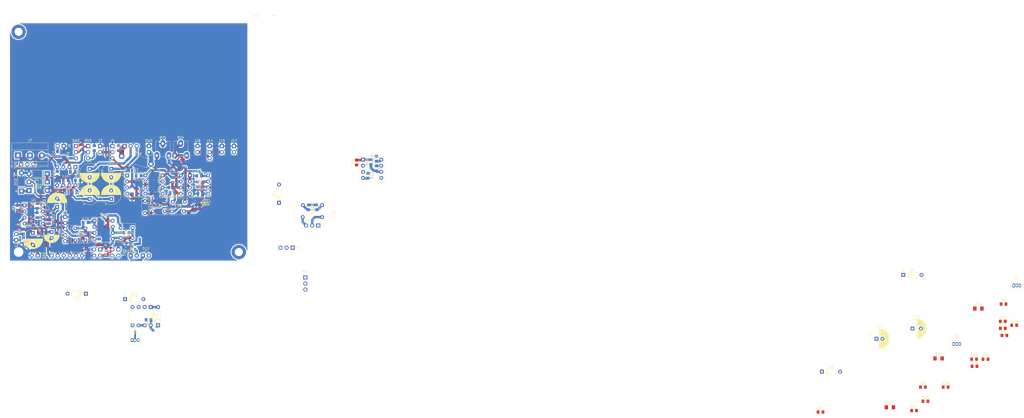
<source format=kicad_pcb>
(kicad_pcb (version 20171130) (host pcbnew "(5.1.5)-3")
  (layers (0 F.Cu signal) (31 B.Cu signal) (34 B.Paste user) (35 F.Paste user) (36 B.SilkS user) (37 F.SilkS user hide) (38 B.Mask user) (39 F.Mask user) (44 Edge.Cuts user))
  (net 0 "")
  (net 1 "Net-(C1-Pad1)")
  (net 2 "Net-(C1-Pad2)")
  (net 3 "Net-(C2-Pad2)")
  (net 4 "Net-(C2-Pad1)")
  (net 5 FromEQ)
  (net 6 "Net-(C3-Pad1)")
  (net 7 "Net-(C4-Pad1)")
  (net 8 "Net-(C4-Pad2)")
  (net 9 "Net-(C5-Pad1)")
  (net 10 "Net-(C5-Pad2)")
  (net 11 "Net-(C6-Pad1)")
  (net 12 "Net-(C7-Pad2)")
  (net 13 "Net-(C7-Pad1)")
  (net 14 "Net-(C9-Pad1)")
  (net 15 "Net-(C10-Pad1)")
  (net 16 PreEQ)
  (net 17 "Net-(C11-Pad1)")
  (net 18 "Net-(C11-Pad2)")
  (net 19 GND)
  (net 20 +12V)
  (net 21 -12V)
  (net 22 "Net-(C14-Pad1)")
  (net 23 "Net-(C14-Pad2)")
  (net 24 GNDD)
  (net 25 "Net-(C22-Pad2)")
  (net 26 "Net-(C29-Pad1)")
  (net 27 "Net-(C29-Pad2)")
  (net 28 TweeterXOVR)
  (net 29 "Net-(C32-Pad2)")
  (net 30 "Net-(C33-Pad2)")
  (net 31 "Net-(C34-Pad2)")
  (net 32 "Net-(C35-Pad2)")
  (net 33 "Net-(C41-Pad2)")
  (net 34 "Net-(C41-Pad1)")
  (net 35 "Net-(C42-Pad2)")
  (net 36 "Net-(C42-Pad1)")
  (net 37 "Net-(C43-Pad1)")
  (net 38 "Net-(C44-Pad1)")
  (net 39 Overload)
  (net 40 "Net-(D5-Pad1)")
  (net 41 "Net-(D5-Pad2)")
  (net 42 "Net-(D6-Pad1)")
  (net 43 "Net-(D10-Pad2)")
  (net 44 "Net-(D11-Pad2)")
  (net 45 "Net-(D12-Pad2)")
  (net 46 "Net-(D13-Pad2)")
  (net 47 "Net-(D14-Pad1)")
  (net 48 "Net-(D16-Pad1)")
  (net 49 "Net-(D16-Pad2)")
  (net 50 ToEQ)
  (net 51 LF)
  (net 52 Tweeter)
  (net 53 HF)
  (net 54 "Net-(Q5-Pad3)")
  (net 55 "Net-(R2-Pad1)")
  (net 56 "Net-(R4-Pad1)")
  (net 57 EFXreturn)
  (net 58 "Net-(R10-Pad2)")
  (net 59 "Net-(R12-Pad1)")
  (net 60 "Net-(R16-Pad2)")
  (net 61 "Net-(R19-Pad2)")
  (net 62 "Net-(R20-Pad1)")
  (net 63 "Net-(R21-Pad1)")
  (net 64 Tuner)
  (net 65 EFXsend)
  (net 66 "Net-(R35-Pad2)")
  (net 67 "Net-(R37-Pad2)")
  (net 68 "Net-(R38-Pad2)")
  (net 69 "Net-(R40-Pad2)")
  (net 70 "Net-(R46-Pad2)")
  (net 71 "Net-(R49-Pad2)")
  (net 72 "Net-(R50-Pad1)")
  (net 73 "Net-(R50-Pad2)")
  (net 74 "Net-(R52-Pad1)")
  (net 75 "Net-(R54-Pad2)")
  (net 76 HF*)
  (net 77 LF*)
  (net 78 "Net-(R62-Pad1)")
  (net 79 "Net-(R64-Pad2)")
  (net 80 "Net-(RV3-Pad1)")
  (net 81 "Net-(U5-Pad6)")
  (net 82 "Net-(J2-Pad2)")
  (net 83 "Net-(J5-Pad3)")
  (net 84 "Net-(J5-Pad2)")
  (net 85 "Net-(R33-Pad2)")
  (module TerminalBlock_Phoenix:TerminalBlock_Phoenix_MKDS-1,5-3_1x03_P5.00mm_Horizontal (layer F.Cu) (at 3.75 55.63)
    (fp_text reference J7 (at 5 -6.26) (layer F.SilkS))
    (fp_text value Conn_01x03)
    (pad 3 thru_hole circle (at 10 0) (size 2.6 2.6) (drill 1.3) (layers *.Cu *.Mask) (net 21 -12V))
    (pad 2 thru_hole circle (at 5 0) (size 2.6 2.6) (drill 1.3) (layers *.Cu *.Mask) (net 19 GND))
    (pad 1 thru_hole rect (at 0 0) (size 2.6 2.6) (drill 1.3) (layers *.Cu *.Mask) (net 20 +12V))
  )
  (module Connector_PinHeader_2.54mm:PinHeader_1x03_P2.54mm_Vertical (layer F.Cu) (at 123.8 106.6)
    (fp_text reference RV2 (at 0 -2.33) (layer F.SilkS))
    (fp_text value "10k log (headphone vol)")
    (pad 3 thru_hole oval (at 0 5.08) (size 1.7 1.7) (drill 1) (layers *.Cu *.Mask) (net 19 GND))
    (pad 2 thru_hole oval (at 0 2.54) (size 1.7 1.7) (drill 1) (layers *.Cu *.Mask) (net 85 "Net-(R33-Pad2)"))
    (pad 1 thru_hole rect (at 0 0) (size 1.7 1.7) (drill 1) (layers *.Cu *.Mask) (net 23 "Net-(C14-Pad2)"))
  )
  (module Resistor_SMD:R_0805_2012Metric_Pad1.15x1.40mm_HandSolder (layer B.Cu) (at 151.2 58.4 270)
    (fp_text reference R19 (at 0 1.65 270) (layer B.SilkS) (effects (justify mirror)))
    (fp_text value 10K)
    (pad 2 smd roundrect (at 1.025 0 270) (size 1.15 1.4) (layers B.Cu B.Paste B.Mask) (roundrect_rratio 0.217391) (net 61 "Net-(R19-Pad2)"))
    (pad 1 smd roundrect (at -1.025 0 270) (size 1.15 1.4) (layers B.Cu B.Paste B.Mask) (roundrect_rratio 0.217391) (net 60 "Net-(R16-Pad2)"))
  )
  (module Resistor_THT:R_Axial_DIN0411_L9.9mm_D3.6mm_P12.70mm_Horizontal (layer F.Cu) (at 47.05 55.93 345)
    (fp_text reference R49 (at 6.35 -2.92 165) (layer F.SilkS))
    (fp_text value "10 1W")
    (pad 1 thru_hole circle (at 0 0 345) (size 2.4 2.4) (drill 1.2) (layers *.Cu *.Mask) (net 30 "Net-(C33-Pad2)"))
    (pad 2 thru_hole oval (at 12.7 0 345) (size 2.4 2.4) (drill 1.2) (layers *.Cu *.Mask) (net 71 "Net-(R49-Pad2)"))
  )
  (module Connector_PinHeader_2.54mm:PinHeader_1x02_P2.54mm_Vertical (layer F.Cu) (at 22.86 51.74 270)
    (fp_text reference J6 (at 0 -2.33 90) (layer F.SilkS))
    (fp_text value Conn_01x02_Male)
    (pad 2 thru_hole oval (at 0 2.54 270) (size 1.7 1.7) (drill 1) (layers *.Cu *.Mask) (net 64 Tuner))
    (pad 1 thru_hole rect (at 0 0 270) (size 1.7 1.7) (drill 1) (layers *.Cu *.Mask) (net 19 GND))
  )
  (module Connector_PinHeader_2.54mm:PinHeader_1x02_P2.54mm_Vertical (layer F.Cu) (at 38.1 51.74)
    (fp_text reference J3 (at 0 -2.33) (layer F.SilkS))
    (fp_text value Conn_01x02_Male)
    (pad 2 thru_hole oval (at 0 2.54) (size 1.7 1.7) (drill 1) (layers *.Cu *.Mask) (net 65 EFXsend))
    (pad 1 thru_hole rect (at 0 0) (size 1.7 1.7) (drill 1) (layers *.Cu *.Mask) (net 19 GND))
  )
  (module Connector_PinHeader_2.54mm:PinHeader_1x03_P2.54mm_Vertical (layer F.Cu) (at 129.2 84.9 270)
    (fp_text reference J1 (at 0 -2.33 90) (layer F.SilkS))
    (fp_text value Conn_01x03_Male)
    (pad 3 thru_hole oval (at 0 5.08 270) (size 1.7 1.7) (drill 1) (layers *.Cu *.Mask) (net 3 "Net-(C2-Pad2)"))
    (pad 2 thru_hole oval (at 0 2.54 270) (size 1.7 1.7) (drill 1) (layers *.Cu *.Mask) (net 2 "Net-(C1-Pad2)"))
    (pad 1 thru_hole rect (at 0 0 270) (size 1.7 1.7) (drill 1) (layers *.Cu *.Mask) (net 19 GND))
  )
  (module Capacitor_THT:C_Rect_L7.2mm_W7.2mm_P5.00mm_FKS2_FKP2_MKS2_MKP2 (layer F.Cu) (at 130.8 76.4 270)
    (fp_text reference C1 (at 2.5 -4.85 90) (layer F.SilkS))
    (fp_text value 1uF)
    (pad 2 thru_hole circle (at 5 0 270) (size 1.6 1.6) (drill 0.8) (layers *.Cu *.Mask) (net 2 "Net-(C1-Pad2)"))
    (pad 1 thru_hole circle (at 0 0 270) (size 1.6 1.6) (drill 0.8) (layers *.Cu *.Mask) (net 1 "Net-(C1-Pad1)"))
  )
  (module Capacitor_THT:C_Rect_L7.2mm_W7.2mm_P5.00mm_FKS2_FKP2_MKS2_MKP2 (layer F.Cu) (at 122.7 76.4 270)
    (fp_text reference C2 (at 2.5 -4.85 90) (layer F.SilkS))
    (fp_text value 1uF)
    (pad 2 thru_hole circle (at 5 0 270) (size 1.6 1.6) (drill 0.8) (layers *.Cu *.Mask) (net 3 "Net-(C2-Pad2)"))
    (pad 1 thru_hole circle (at 0 0 270) (size 1.6 1.6) (drill 0.8) (layers *.Cu *.Mask) (net 4 "Net-(C2-Pad1)"))
  )
  (module Capacitor_THT:C_Rect_L7.2mm_W3.5mm_P5.00mm_FKS2_FKP2_MKS2_MKP2 (layer F.Cu) (at 27.7 86.1 270)
    (fp_text reference C3 (at 2.5 -3 90) (layer F.SilkS))
    (fp_text value 120n)
    (pad 2 thru_hole circle (at 5 0 270) (size 1.6 1.6) (drill 0.8) (layers *.Cu *.Mask) (net 5 FromEQ))
    (pad 1 thru_hole circle (at 0 0 270) (size 1.6 1.6) (drill 0.8) (layers *.Cu *.Mask) (net 6 "Net-(C3-Pad1)"))
  )
  (module Capacitor_THT:CP_Radial_D8.0mm_P5.00mm (layer F.Cu) (at 10 88 270)
    (fp_text reference C4 (at 2.5 -5.25 90) (layer F.SilkS))
    (fp_text value "47uF 63V")
    (pad 2 thru_hole circle (at 5 0 270) (size 1.6 1.6) (drill 0.8) (layers *.Cu *.Mask) (net 8 "Net-(C4-Pad2)"))
    (pad 1 thru_hole rect (at 0 0 270) (size 1.6 1.6) (drill 0.8) (layers *.Cu *.Mask) (net 7 "Net-(C4-Pad1)"))
  )
  (module Capacitor_THT:CP_Radial_D6.3mm_P2.50mm (layer F.Cu) (at 17.8 87.6 270)
    (fp_text reference C5 (at 1.25 -4.4 90) (layer F.SilkS))
    (fp_text value "10uF 50V")
    (pad 2 thru_hole circle (at 2.5 0 270) (size 1.6 1.6) (drill 0.8) (layers *.Cu *.Mask) (net 10 "Net-(C5-Pad2)"))
    (pad 1 thru_hole rect (at 0 0 270) (size 1.6 1.6) (drill 0.8) (layers *.Cu *.Mask) (net 9 "Net-(C5-Pad1)"))
  )
  (module Capacitor_THT:C_Rect_L7.2mm_W3.5mm_P5.00mm_FKS2_FKP2_MKS2_MKP2 (layer F.Cu) (at 31.9 91.1 90)
    (fp_text reference C6 (at 2.5 -3 90) (layer F.SilkS))
    (fp_text value 120n)
    (pad 2 thru_hole circle (at 5 0 90) (size 1.6 1.6) (drill 0.8) (layers *.Cu *.Mask) (net 6 "Net-(C3-Pad1)"))
    (pad 1 thru_hole circle (at 0 0 90) (size 1.6 1.6) (drill 0.8) (layers *.Cu *.Mask) (net 11 "Net-(C6-Pad1)"))
  )
  (module Capacitor_THT:C_Rect_L7.2mm_W3.5mm_P5.00mm_FKS2_FKP2_MKS2_MKP2 (layer F.Cu) (at 51.6 85.9 180)
    (fp_text reference C7 (at 2.5 -3) (layer F.SilkS))
    (fp_text value 120n)
    (pad 2 thru_hole circle (at 5 0 180) (size 1.6 1.6) (drill 0.8) (layers *.Cu *.Mask) (net 12 "Net-(C7-Pad2)"))
    (pad 1 thru_hole circle (at 0 0 180) (size 1.6 1.6) (drill 0.8) (layers *.Cu *.Mask) (net 13 "Net-(C7-Pad1)"))
  )
  (module Capacitor_THT:C_Rect_L7.2mm_W3.5mm_P5.00mm_FKS2_FKP2_MKS2_MKP2 (layer F.Cu) (at 46.6 90.1)
    (fp_text reference C9 (at 2.5 -3) (layer F.SilkS))
    (fp_text value 120n)
    (pad 2 thru_hole circle (at 5 0) (size 1.6 1.6) (drill 0.8) (layers *.Cu *.Mask) (net 13 "Net-(C7-Pad1)"))
    (pad 1 thru_hole circle (at 0 0) (size 1.6 1.6) (drill 0.8) (layers *.Cu *.Mask) (net 14 "Net-(C9-Pad1)"))
  )
  (module Capacitor_THT:CP_Radial_D8.0mm_P3.50mm (layer F.Cu) (at 20.1 77.15 90)
    (fp_text reference C10 (at 1.75 -5.25 90) (layer F.SilkS))
    (fp_text value "100uF 50V")
    (pad 2 thru_hole circle (at 3.5 0 90) (size 1.6 1.6) (drill 0.8) (layers *.Cu *.Mask) (net 16 PreEQ))
    (pad 1 thru_hole rect (at 0 0 90) (size 1.6 1.6) (drill 0.8) (layers *.Cu *.Mask) (net 15 "Net-(C10-Pad1)"))
  )
  (module Capacitor_THT:CP_Radial_D8.0mm_P3.50mm (layer F.Cu) (at 377.419699 127.975001)
    (fp_text reference C11 (at 1.75 -5.25) (layer F.SilkS))
    (fp_text value "100uF 50V")
    (pad 2 thru_hole circle (at 3.5 0) (size 1.6 1.6) (drill 0.8) (layers *.Cu *.Mask) (net 18 "Net-(C11-Pad2)"))
    (pad 1 thru_hole rect (at 0 0) (size 1.6 1.6) (drill 0.8) (layers *.Cu *.Mask) (net 17 "Net-(C11-Pad1)"))
  )
  (module Capacitor_SMD:C_0805_2012Metric_Pad1.15x1.40mm_HandSolder (layer B.Cu) (at 11.7 76.7 90)
    (fp_text reference C12 (at 0 1.65 90) (layer B.SilkS) (effects (justify mirror)))
    (fp_text value 0.1uF)
    (pad 2 smd roundrect (at 1.025 0 90) (size 1.15 1.4) (layers B.Cu B.Paste B.Mask) (roundrect_rratio 0.217391) (net 20 +12V))
    (pad 1 smd roundrect (at -1.025 0 90) (size 1.15 1.4) (layers B.Cu B.Paste B.Mask) (roundrect_rratio 0.217391) (net 19 GND))
  )
  (module Capacitor_SMD:C_0805_2012Metric_Pad1.15x1.40mm_HandSolder (layer B.Cu) (at 8.6 83 90)
    (fp_text reference C13 (at 0 1.65 270) (layer B.SilkS) (effects (justify mirror)))
    (fp_text value 0.1uF)
    (pad 2 smd roundrect (at 1.025 0 90) (size 1.15 1.4) (layers B.Cu B.Paste B.Mask) (roundrect_rratio 0.217391) (net 19 GND))
    (pad 1 smd roundrect (at -1.025 0 90) (size 1.15 1.4) (layers B.Cu B.Paste B.Mask) (roundrect_rratio 0.217391) (net 21 -12V))
  )
  (module Capacitor_THT:CP_Radial_D8.0mm_P2.50mm (layer F.Cu) (at 362.389699 132.225001)
    (fp_text reference C14 (at 1.25 -5.25) (layer F.SilkS))
    (fp_text value "100uF 50V")
    (pad 2 thru_hole circle (at 2.5 0) (size 1.6 1.6) (drill 0.8) (layers *.Cu *.Mask) (net 23 "Net-(C14-Pad2)"))
    (pad 1 thru_hole rect (at 0 0) (size 1.6 1.6) (drill 0.8) (layers *.Cu *.Mask) (net 22 "Net-(C14-Pad1)"))
  )
  (module Capacitor_SMD:C_0805_2012Metric_Pad1.15x1.40mm_HandSolder (layer B.Cu) (at 40.8 83.9 90)
    (fp_text reference C15 (at 0 1.65 270) (layer B.SilkS) (effects (justify mirror)))
    (fp_text value 0.1uF)
    (pad 2 smd roundrect (at 1.025 0 90) (size 1.15 1.4) (layers B.Cu B.Paste B.Mask) (roundrect_rratio 0.217391) (net 20 +12V))
    (pad 1 smd roundrect (at -1.025 0 90) (size 1.15 1.4) (layers B.Cu B.Paste B.Mask) (roundrect_rratio 0.217391) (net 19 GND))
  )
  (module Capacitor_SMD:C_0805_2012Metric_Pad1.15x1.40mm_HandSolder (layer B.Cu) (at 37.7 91.5 270)
    (fp_text reference C16 (at 0 1.65 90) (layer B.SilkS) (effects (justify mirror)))
    (fp_text value 0.1uF)
    (pad 2 smd roundrect (at 1.025 0 270) (size 1.15 1.4) (layers B.Cu B.Paste B.Mask) (roundrect_rratio 0.217391) (net 19 GND))
    (pad 1 smd roundrect (at -1.025 0 270) (size 1.15 1.4) (layers B.Cu B.Paste B.Mask) (roundrect_rratio 0.217391) (net 21 -12V))
  )
  (module Capacitor_SMD:C_0805_2012Metric_Pad1.15x1.40mm_HandSolder (layer B.Cu) (at 153.5 57 270)
    (fp_text reference C18 (at 0 1.65 270) (layer B.SilkS) (effects (justify mirror)))
    (fp_text value 0.1uF)
    (pad 2 smd roundrect (at 1.025 0 270) (size 1.15 1.4) (layers B.Cu B.Paste B.Mask) (roundrect_rratio 0.217391) (net 20 +12V))
    (pad 1 smd roundrect (at -1.025 0 270) (size 1.15 1.4) (layers B.Cu B.Paste B.Mask) (roundrect_rratio 0.217391) (net 19 GND))
  )
  (module Capacitor_SMD:C_0805_2012Metric_Pad1.15x1.40mm_HandSolder (layer B.Cu) (at 150 64.1 90)
    (fp_text reference C19 (at 0 1.65 270) (layer B.SilkS) (effects (justify mirror)))
    (fp_text value 0.1uF)
    (pad 2 smd roundrect (at 1.025 0 90) (size 1.15 1.4) (layers B.Cu B.Paste B.Mask) (roundrect_rratio 0.217391) (net 19 GND))
    (pad 1 smd roundrect (at -1.025 0 90) (size 1.15 1.4) (layers B.Cu B.Paste B.Mask) (roundrect_rratio 0.217391) (net 21 -12V))
  )
  (module Capacitor_SMD:C_0805_2012Metric_Pad1.15x1.40mm_HandSolder (layer F.Cu) (at 419.915001 126.575001)
    (fp_text reference C22 (at 0 -1.65) (layer F.SilkS))
    (fp_text value 0.1uF)
    (pad 2 smd roundrect (at 1.025 0) (size 1.15 1.4) (layers F.Cu F.Paste F.Mask) (roundrect_rratio 0.217391) (net 25 "Net-(C22-Pad2)"))
    (pad 1 smd roundrect (at -1.025 0) (size 1.15 1.4) (layers F.Cu F.Paste F.Mask) (roundrect_rratio 0.217391) (net 24 GNDD))
  )
  (module Capacitor_SMD:C_0805_2012Metric_Pad1.15x1.40mm_HandSolder (layer B.Cu) (at 54.14 64.09)
    (fp_text reference C23 (at 0 1.65) (layer B.SilkS) (effects (justify mirror)))
    (fp_text value 0.1uF)
    (pad 1 smd roundrect (at -1.025 0) (size 1.15 1.4) (layers B.Cu B.Paste B.Mask) (roundrect_rratio 0.217391) (net 19 GND))
    (pad 2 smd roundrect (at 1.025 0) (size 1.15 1.4) (layers B.Cu B.Paste B.Mask) (roundrect_rratio 0.217391) (net 20 +12V))
  )
  (module Capacitor_SMD:C_0805_2012Metric_Pad1.15x1.40mm_HandSolder (layer B.Cu) (at 51.46 72.69 270)
    (fp_text reference C24 (at 0 1.65 270) (layer B.SilkS) (effects (justify mirror)))
    (fp_text value 0.1uF)
    (pad 1 smd roundrect (at -1.025 0 270) (size 1.15 1.4) (layers B.Cu B.Paste B.Mask) (roundrect_rratio 0.217391) (net 21 -12V))
    (pad 2 smd roundrect (at 1.025 0 270) (size 1.15 1.4) (layers B.Cu B.Paste B.Mask) (roundrect_rratio 0.217391) (net 19 GND))
  )
  (module Capacitor_SMD:C_0805_2012Metric_Pad1.15x1.40mm_HandSolder (layer B.Cu) (at 79.435 64.19)
    (fp_text reference C25 (at 0 1.65) (layer B.SilkS) (effects (justify mirror)))
    (fp_text value 0.1uF)
    (pad 1 smd roundrect (at -1.025 0) (size 1.15 1.4) (layers B.Cu B.Paste B.Mask) (roundrect_rratio 0.217391) (net 19 GND))
    (pad 2 smd roundrect (at 1.025 0) (size 1.15 1.4) (layers B.Cu B.Paste B.Mask) (roundrect_rratio 0.217391) (net 20 +12V))
  )
  (module Capacitor_SMD:C_0805_2012Metric_Pad1.15x1.40mm_HandSolder (layer F.Cu) (at 76.56 74.39)
    (fp_text reference C26 (at 0 -1.65) (layer F.SilkS))
    (fp_text value 0.1uF)
    (pad 1 smd roundrect (at -1.025 0) (size 1.15 1.4) (layers F.Cu F.Paste F.Mask) (roundrect_rratio 0.217391) (net 21 -12V))
    (pad 2 smd roundrect (at 1.025 0) (size 1.15 1.4) (layers F.Cu F.Paste F.Mask) (roundrect_rratio 0.217391) (net 19 GND))
  )
  (module Capacitor_SMD:C_0805_2012Metric_Pad1.15x1.40mm_HandSolder (layer B.Cu) (at 68.36 65.89 90)
    (fp_text reference C27 (at 0 1.65 90) (layer B.SilkS) (effects (justify mirror)))
    (fp_text value 0.1uF)
    (pad 1 smd roundrect (at -1.025 0 90) (size 1.15 1.4) (layers B.Cu B.Paste B.Mask) (roundrect_rratio 0.217391) (net 19 GND))
    (pad 2 smd roundrect (at 1.025 0 90) (size 1.15 1.4) (layers B.Cu B.Paste B.Mask) (roundrect_rratio 0.217391) (net 20 +12V))
  )
  (module Capacitor_SMD:C_0805_2012Metric_Pad1.15x1.40mm_HandSolder (layer F.Cu) (at 64.16 74.49)
    (fp_text reference C28 (at 0 -1.65) (layer F.SilkS))
    (fp_text value 0.1uF)
    (pad 1 smd roundrect (at -1.025 0) (size 1.15 1.4) (layers F.Cu F.Paste F.Mask) (roundrect_rratio 0.217391) (net 21 -12V))
    (pad 2 smd roundrect (at 1.025 0) (size 1.15 1.4) (layers F.Cu F.Paste F.Mask) (roundrect_rratio 0.217391) (net 19 GND))
  )
  (module Capacitor_THT:C_Rect_L7.2mm_W2.5mm_P5.00mm_FKS2_FKP2_MKS2_MKP2 (layer F.Cu) (at 68.46 74.99)
    (fp_text reference C29 (at 2.5 -2.5) (layer F.SilkS))
    (fp_text value "0.1uF (AUDIO)")
    (pad 1 thru_hole circle (at 0 0) (size 1.6 1.6) (drill 0.8) (layers *.Cu *.Mask) (net 26 "Net-(C29-Pad1)"))
    (pad 2 thru_hole circle (at 5 0) (size 1.6 1.6) (drill 0.8) (layers *.Cu *.Mask) (net 27 "Net-(C29-Pad2)"))
  )
  (module Capacitor_SMD:C_0805_2012Metric_Pad1.15x1.40mm_HandSolder (layer B.Cu) (at 58.3 124.3)
    (fp_text reference C30 (at 0 1.65 180) (layer B.SilkS) (effects (justify mirror)))
    (fp_text value 0.1uF)
    (pad 2 smd roundrect (at 1.025 0) (size 1.15 1.4) (layers B.Cu B.Paste B.Mask) (roundrect_rratio 0.217391) (net 20 +12V))
    (pad 1 smd roundrect (at -1.025 0) (size 1.15 1.4) (layers B.Cu B.Paste B.Mask) (roundrect_rratio 0.217391) (net 24 GNDD))
  )
  (module Capacitor_THT:C_Rect_L7.2mm_W2.5mm_P5.00mm_FKS2_FKP2_MKS2_MKP2 (layer F.Cu) (at 56.86 74.69 270)
    (fp_text reference C32 (at 2.5 -2.5 90) (layer F.SilkS))
    (fp_text value 15nF)
    (pad 1 thru_hole circle (at 0 0 270) (size 1.6 1.6) (drill 0.8) (layers *.Cu *.Mask) (net 28 TweeterXOVR))
    (pad 2 thru_hole circle (at 5 0 270) (size 1.6 1.6) (drill 0.8) (layers *.Cu *.Mask) (net 29 "Net-(C32-Pad2)"))
  )
  (module Capacitor_SMD:C_0805_2012Metric_Pad1.15x1.40mm_HandSolder (layer B.Cu) (at 45.8 52.63 270)
    (fp_text reference C33 (at 0 1.65 270) (layer B.SilkS) (effects (justify mirror)))
    (fp_text value 0.1uF)
    (pad 2 smd roundrect (at 1.025 0 270) (size 1.15 1.4) (layers B.Cu B.Paste B.Mask) (roundrect_rratio 0.217391) (net 30 "Net-(C33-Pad2)"))
    (pad 1 smd roundrect (at -1.025 0 270) (size 1.15 1.4) (layers B.Cu B.Paste B.Mask) (roundrect_rratio 0.217391) (net 19 GND))
  )
  (module Capacitor_THT:C_Rect_L7.2mm_W2.5mm_P5.00mm_FKS2_FKP2_MKS2_MKP2 (layer F.Cu) (at 60.06 78.99)
    (fp_text reference C34 (at 2.5 -2.5) (layer F.SilkS))
    (fp_text value 15nF)
    (pad 1 thru_hole circle (at 0 0) (size 1.6 1.6) (drill 0.8) (layers *.Cu *.Mask) (net 29 "Net-(C32-Pad2)"))
    (pad 2 thru_hole circle (at 5 0) (size 1.6 1.6) (drill 0.8) (layers *.Cu *.Mask) (net 31 "Net-(C34-Pad2)"))
  )
  (module Capacitor_THT:C_Rect_L7.2mm_W2.5mm_P5.00mm_FKS2_FKP2_MKS2_MKP2 (layer F.Cu) (at 68.06 78.99)
    (fp_text reference C35 (at 2.5 -2.5) (layer F.SilkS))
    (fp_text value 15nF)
    (pad 1 thru_hole circle (at 0 0) (size 1.6 1.6) (drill 0.8) (layers *.Cu *.Mask) (net 31 "Net-(C34-Pad2)"))
    (pad 2 thru_hole circle (at 5 0) (size 1.6 1.6) (drill 0.8) (layers *.Cu *.Mask) (net 32 "Net-(C35-Pad2)"))
  )
  (module Capacitor_SMD:C_0805_2012Metric_Pad1.15x1.40mm_HandSolder (layer B.Cu) (at 28.75 66.08 180)
    (fp_text reference C36 (at 0 1.65) (layer B.SilkS) (effects (justify mirror)))
    (fp_text value 0.1uF)
    (pad 1 smd roundrect (at -1.025 0 180) (size 1.15 1.4) (layers B.Cu B.Paste B.Mask) (roundrect_rratio 0.217391) (net 19 GND))
    (pad 2 smd roundrect (at 1.025 0 180) (size 1.15 1.4) (layers B.Cu B.Paste B.Mask) (roundrect_rratio 0.217391) (net 20 +12V))
  )
  (module Capacitor_SMD:C_0805_2012Metric_Pad1.15x1.40mm_HandSolder (layer B.Cu) (at 20.15 63.38 270)
    (fp_text reference C37 (at 0 1.65 90) (layer B.SilkS) (effects (justify mirror)))
    (fp_text value 0.1uF)
    (pad 2 smd roundrect (at 1.025 0 270) (size 1.15 1.4) (layers B.Cu B.Paste B.Mask) (roundrect_rratio 0.217391) (net 19 GND))
    (pad 1 smd roundrect (at -1.025 0 270) (size 1.15 1.4) (layers B.Cu B.Paste B.Mask) (roundrect_rratio 0.217391) (net 21 -12V))
  )
  (module Capacitor_THT:CP_Radial_D8.0mm_P3.50mm (layer F.Cu) (at 42.7 73.83 90)
    (fp_text reference C41 (at 1.75 -5.25 90) (layer F.SilkS))
    (fp_text value "100uF 63V")
    (pad 2 thru_hole circle (at 3.5 0 90) (size 1.6 1.6) (drill 0.8) (layers *.Cu *.Mask) (net 33 "Net-(C41-Pad2)"))
    (pad 1 thru_hole rect (at 0 0 90) (size 1.6 1.6) (drill 0.8) (layers *.Cu *.Mask) (net 34 "Net-(C41-Pad1)"))
  )
  (module Capacitor_THT:CP_Radial_D8.0mm_P3.50mm (layer F.Cu) (at 33.7 73.83 90)
    (fp_text reference C42 (at 1.75 -5.25 90) (layer F.SilkS))
    (fp_text value "100uF 63V")
    (pad 2 thru_hole circle (at 3.5 0 90) (size 1.6 1.6) (drill 0.8) (layers *.Cu *.Mask) (net 35 "Net-(C42-Pad2)"))
    (pad 1 thru_hole rect (at 0 0 90) (size 1.6 1.6) (drill 0.8) (layers *.Cu *.Mask) (net 36 "Net-(C42-Pad1)"))
  )
  (module Capacitor_THT:CP_Radial_D8.0mm_P3.50mm (layer F.Cu) (at 42.7 61.23 270)
    (fp_text reference C43 (at 1.75 -5.25 90) (layer F.SilkS))
    (fp_text value "100uF 63V")
    (pad 2 thru_hole circle (at 3.5 0 270) (size 1.6 1.6) (drill 0.8) (layers *.Cu *.Mask) (net 33 "Net-(C41-Pad2)"))
    (pad 1 thru_hole rect (at 0 0 270) (size 1.6 1.6) (drill 0.8) (layers *.Cu *.Mask) (net 37 "Net-(C43-Pad1)"))
  )
  (module Capacitor_THT:CP_Radial_D8.0mm_P3.50mm (layer F.Cu) (at 33.7 61.23 270)
    (fp_text reference C44 (at 1.75 -5.25 90) (layer F.SilkS))
    (fp_text value "100uF 63V")
    (pad 2 thru_hole circle (at 3.5 0 270) (size 1.6 1.6) (drill 0.8) (layers *.Cu *.Mask) (net 35 "Net-(C42-Pad2)"))
    (pad 1 thru_hole rect (at 0 0 270) (size 1.6 1.6) (drill 0.8) (layers *.Cu *.Mask) (net 38 "Net-(C44-Pad1)"))
  )
  (module Diode_THT:D_DO-35_SOD27_P7.62mm_Horizontal (layer F.Cu) (at 32.1 113.4 180)
    (fp_text reference D2 (at 3.81 -2.12) (layer F.SilkS))
    (fp_text value 1N4148)
    (fp_text user K (at 0 -1.8) (layer F.SilkS))
    (pad 2 thru_hole oval (at 7.62 0 180) (size 1.6 1.6) (drill 0.8) (layers *.Cu *.Mask) (net 10 "Net-(C5-Pad2)"))
    (pad 1 thru_hole rect (at 0 0 180) (size 1.6 1.6) (drill 0.8) (layers *.Cu *.Mask) (net 39 Overload))
  )
  (module Diode_THT:D_DO-35_SOD27_P7.62mm_Horizontal (layer F.Cu) (at 373.575001 105.525001)
    (fp_text reference D5 (at 3.81 -2.12) (layer F.SilkS))
    (fp_text value 1N4148)
    (fp_text user K (at 0 -1.8) (layer F.SilkS))
    (pad 2 thru_hole oval (at 7.62 0) (size 1.6 1.6) (drill 0.8) (layers *.Cu *.Mask) (net 41 "Net-(D5-Pad2)"))
    (pad 1 thru_hole rect (at 0 0) (size 1.6 1.6) (drill 0.8) (layers *.Cu *.Mask) (net 40 "Net-(D5-Pad1)"))
  )
  (module Diode_THT:D_DO-35_SOD27_P7.62mm_Horizontal (layer F.Cu) (at 339.575001 145.965001)
    (fp_text reference D6 (at 3.81 -2.12) (layer F.SilkS))
    (fp_text value 1N4148)
    (pad 2 thru_hole oval (at 7.62 0) (size 1.6 1.6) (drill 0.8) (layers *.Cu *.Mask) (net 40 "Net-(D5-Pad1)"))
    (pad 1 thru_hole rect (at 0 0) (size 1.6 1.6) (drill 0.8) (layers *.Cu *.Mask) (net 42 "Net-(D6-Pad1)"))
  )
  (module Diode_THT:D_DO-35_SOD27_P7.62mm_Horizontal (layer F.Cu) (at 112.8 75.4 90)
    (fp_text reference D7 (at 3.81 -2.12 90) (layer F.SilkS))
    (fp_text value 1N4148)
    (pad 2 thru_hole oval (at 7.62 0 90) (size 1.6 1.6) (drill 0.8) (layers *.Cu *.Mask) (net 16 PreEQ))
    (pad 1 thru_hole rect (at 0 0 90) (size 1.6 1.6) (drill 0.8) (layers *.Cu *.Mask) (net 39 Overload))
  )
  (module Diode_THT:D_DO-35_SOD27_P7.62mm_Horizontal (layer F.Cu) (at 62.3 126.6 90)
    (fp_text reference D10 (at 3.81 -2.12 90) (layer F.SilkS))
    (fp_text value 1N4148)
    (pad 2 thru_hole oval (at 7.62 0 90) (size 1.6 1.6) (drill 0.8) (layers *.Cu *.Mask) (net 43 "Net-(D10-Pad2)"))
    (pad 1 thru_hole rect (at 0 0 90) (size 1.6 1.6) (drill 0.8) (layers *.Cu *.Mask) (net 25 "Net-(C22-Pad2)"))
  )
  (module Diode_THT:D_DO-35_SOD27_P7.62mm_Horizontal (layer F.Cu) (at 48.5 115.68)
    (fp_text reference D11 (at 3.81 -2.12) (layer F.SilkS))
    (fp_text value 1N4148)
    (fp_text user K (at 0 -1.8) (layer F.SilkS))
    (pad 2 thru_hole oval (at 7.62 0) (size 1.6 1.6) (drill 0.8) (layers *.Cu *.Mask) (net 44 "Net-(D11-Pad2)"))
    (pad 1 thru_hole rect (at 0 0) (size 1.6 1.6) (drill 0.8) (layers *.Cu *.Mask) (net 39 Overload))
  )
  (module Diode_THT:D_DO-41_SOD81_P7.62mm_Horizontal (layer F.Cu) (at 8.35 70.28)
    (fp_text reference D14 (at 3.81 -2.47) (layer F.SilkS))
    (fp_text value 10V)
    (pad 2 thru_hole oval (at 7.62 0) (size 2.2 2.2) (drill 1.1) (layers *.Cu *.Mask) (net 44 "Net-(D11-Pad2)"))
    (pad 1 thru_hole rect (at 0 0) (size 2.2 2.2) (drill 1.1) (layers *.Cu *.Mask) (net 47 "Net-(D14-Pad1)"))
  )
  (module Diode_THT:D_DO-41_SOD81_P7.62mm_Horizontal (layer F.Cu) (at 5.2 70.53 90)
    (fp_text reference D15 (at 3.81 -2.47 90) (layer F.SilkS))
    (fp_text value 10V)
    (fp_text user K (at 0 -2.1 90) (layer F.SilkS))
    (pad 2 thru_hole oval (at 7.62 0 90) (size 2.2 2.2) (drill 1.1) (layers *.Cu *.Mask) (net 19 GND))
    (pad 1 thru_hole rect (at 0 0 90) (size 2.2 2.2) (drill 1.1) (layers *.Cu *.Mask) (net 47 "Net-(D14-Pad1)"))
  )
  (module Diode_THT:D_DO-41_SOD81_P7.62mm_Horizontal (layer F.Cu) (at 15.95 66.68 180)
    (fp_text reference D16 (at 3.81 -2.47) (layer F.SilkS))
    (fp_text value 10V)
    (fp_text user K (at 0 -2.1) (layer F.SilkS))
    (pad 2 thru_hole oval (at 7.62 0 180) (size 2.2 2.2) (drill 1.1) (layers *.Cu *.Mask) (net 49 "Net-(D16-Pad2)"))
    (pad 1 thru_hole rect (at 0 0 180) (size 2.2 2.2) (drill 1.1) (layers *.Cu *.Mask) (net 48 "Net-(D16-Pad1)"))
  )
  (module Diode_THT:D_DO-41_SOD81_P7.62mm_Horizontal (layer F.Cu) (at 15.95 63.28 180)
    (fp_text reference D17 (at 3.81 -2.47) (layer F.SilkS))
    (fp_text value 10V)
    (pad 2 thru_hole oval (at 7.62 0 180) (size 2.2 2.2) (drill 1.1) (layers *.Cu *.Mask) (net 19 GND))
    (pad 1 thru_hole rect (at 0 0 180) (size 2.2 2.2) (drill 1.1) (layers *.Cu *.Mask) (net 48 "Net-(D16-Pad1)"))
  )
  (module Connector_PinHeader_2.54mm:PinHeader_1x02_P2.54mm_Vertical (layer F.Cu) (at 3 91 180)
    (fp_text reference J2 (at 0 -2.33) (layer F.SilkS))
    (fp_text value Conn_01x02_Male)
    (pad 1 thru_hole rect (at 0 0 180) (size 1.7 1.7) (drill 1) (layers *.Cu *.Mask) (net 19 GND))
    (pad 2 thru_hole oval (at 0 2.54 180) (size 1.7 1.7) (drill 1) (layers *.Cu *.Mask) (net 82 "Net-(J2-Pad2)"))
  )
  (module Connector_PinHeader_2.54mm:PinHeader_1x03_P2.54mm_Vertical (layer F.Cu) (at 43.18 51.74)
    (fp_text reference J4 (at 0 -2.33) (layer F.SilkS))
    (fp_text value Conn_01x03_Male)
    (pad 3 thru_hole oval (at 0 5.08) (size 1.7 1.7) (drill 1) (layers *.Cu *.Mask) (net 57 EFXreturn))
    (pad 2 thru_hole oval (at 0 2.54) (size 1.7 1.7) (drill 1) (layers *.Cu *.Mask) (net 65 EFXsend))
    (pad 1 thru_hole rect (at 0 0) (size 1.7 1.7) (drill 1) (layers *.Cu *.Mask) (net 19 GND))
  )
  (module Connector_PinHeader_2.54mm:PinHeader_1x03_P2.54mm_Vertical (layer F.Cu) (at 118.5 94.2 270)
    (fp_text reference J5 (at 0 -2.33 90) (layer F.SilkS))
    (fp_text value Conn_01x03_Male)
    (pad 3 thru_hole oval (at 0 5.08 270) (size 1.7 1.7) (drill 1) (layers *.Cu *.Mask) (net 83 "Net-(J5-Pad3)"))
    (pad 2 thru_hole oval (at 0 2.54 270) (size 1.7 1.7) (drill 1) (layers *.Cu *.Mask) (net 84 "Net-(J5-Pad2)"))
    (pad 1 thru_hole rect (at 0 0 270) (size 1.7 1.7) (drill 1) (layers *.Cu *.Mask) (net 19 GND))
  )
  (module Connector_PinHeader_2.54mm:PinHeader_1x05_P2.54mm_Vertical (layer F.Cu) (at 23.5 81.3)
    (fp_text reference J8 (at 0 -2.33) (layer F.SilkS))
    (fp_text value Conn_01x05_Female)
    (pad 5 thru_hole oval (at 0 10.16) (size 1.7 1.7) (drill 1) (layers *.Cu *.Mask) (net 5 FromEQ))
    (pad 4 thru_hole oval (at 0 7.62) (size 1.7 1.7) (drill 1) (layers *.Cu *.Mask) (net 50 ToEQ))
    (pad 3 thru_hole oval (at 0 5.08) (size 1.7 1.7) (drill 1) (layers *.Cu *.Mask) (net 21 -12V))
    (pad 2 thru_hole oval (at 0 2.54) (size 1.7 1.7) (drill 1) (layers *.Cu *.Mask) (net 20 +12V))
    (pad 1 thru_hole rect (at 0 0) (size 1.7 1.7) (drill 1) (layers *.Cu *.Mask) (net 19 GND))
  )
  (module Connector_PinHeader_2.54mm:PinHeader_1x03_P2.54mm_Vertical (layer F.Cu) (at 48.26 51.74 90)
    (fp_text reference J12 (at 0 -2.33 90) (layer F.SilkS))
    (fp_text value XLR3)
    (pad 3 thru_hole oval (at 0 5.08 90) (size 1.7 1.7) (drill 1) (layers *.Cu *.Mask) (net 37 "Net-(C43-Pad1)"))
    (pad 2 thru_hole oval (at 0 2.54 90) (size 1.7 1.7) (drill 1) (layers *.Cu *.Mask) (net 38 "Net-(C44-Pad1)"))
    (pad 1 thru_hole rect (at 0 0 90) (size 1.7 1.7) (drill 1) (layers *.Cu *.Mask) (net 30 "Net-(C33-Pad2)"))
  )
  (module Connector_PinHeader_2.54mm:PinHeader_1x03_P2.54mm_Vertical (layer F.Cu) (at 83.82 51.74)
    (fp_text reference J14 (at 0 -2.33) (layer F.SilkS))
    (fp_text value Conn_01x03)
    (pad 3 thru_hole oval (at 0 5.08) (size 1.7 1.7) (drill 1) (layers *.Cu *.Mask) (net 51 LF))
    (pad 2 thru_hole oval (at 0 2.54) (size 1.7 1.7) (drill 1) (layers *.Cu *.Mask) (net 53 HF))
    (pad 1 thru_hole rect (at 0 0) (size 1.7 1.7) (drill 1) (layers *.Cu *.Mask) (net 19 GND))
  )
  (module Connector_PinHeader_2.54mm:PinHeader_1x02_P2.54mm_Vertical (layer F.Cu) (at 88.9 51.74)
    (fp_text reference J15 (at 0 -2.33) (layer F.SilkS))
    (fp_text value Conn_01x02)
    (pad 2 thru_hole oval (at 0 2.54) (size 1.7 1.7) (drill 1) (layers *.Cu *.Mask) (net 53 HF))
    (pad 1 thru_hole rect (at 0 0) (size 1.7 1.7) (drill 1) (layers *.Cu *.Mask) (net 19 GND))
  )
  (module Connector_PinHeader_2.54mm:PinHeader_1x02_P2.54mm_Vertical (layer F.Cu) (at 78.74 51.74)
    (fp_text reference J16 (at 0 -2.33) (layer F.SilkS))
    (fp_text value Conn_01x02)
    (pad 2 thru_hole oval (at 0 2.54) (size 1.7 1.7) (drill 1) (layers *.Cu *.Mask) (net 51 LF))
    (pad 1 thru_hole rect (at 0 0) (size 1.7 1.7) (drill 1) (layers *.Cu *.Mask) (net 19 GND))
  )
  (module Connector_PinHeader_2.54mm:PinHeader_1x02_P2.54mm_Vertical (layer F.Cu) (at 93.98 51.74)
    (fp_text reference J17 (at 0 -2.33) (layer F.SilkS))
    (fp_text value Conn_01x02)
    (pad 2 thru_hole oval (at 0 2.54) (size 1.7 1.7) (drill 1) (layers *.Cu *.Mask) (net 52 Tweeter))
    (pad 1 thru_hole rect (at 0 0) (size 1.7 1.7) (drill 1) (layers *.Cu *.Mask) (net 19 GND))
  )
  (module Package_TO_SOT_THT:TO-92_Inline (layer F.Cu) (at 394.675001 134.405001)
    (fp_text reference Q3 (at 1.27 -3.56) (layer F.SilkS))
    (fp_text value 2N3904)
    (pad 1 thru_hole rect (at 0 0) (size 1.05 1.5) (drill 0.75) (layers *.Cu *.Mask) (net 22 "Net-(C14-Pad1)"))
    (pad 3 thru_hole oval (at 2.54 0) (size 1.05 1.5) (drill 0.75) (layers *.Cu *.Mask) (net 20 +12V))
    (pad 2 thru_hole oval (at 1.27 0) (size 1.05 1.5) (drill 0.75) (layers *.Cu *.Mask) (net 41 "Net-(D5-Pad2)"))
  )
  (module Package_TO_SOT_THT:TO-92_Inline (layer F.Cu) (at 419.725001 109.955001)
    (fp_text reference Q4 (at 1.27 -3.56) (layer F.SilkS))
    (fp_text value 2N3906)
    (pad 1 thru_hole rect (at 0 0) (size 1.05 1.5) (drill 0.75) (layers *.Cu *.Mask) (net 21 -12V))
    (pad 3 thru_hole oval (at 2.54 0) (size 1.05 1.5) (drill 0.75) (layers *.Cu *.Mask) (net 22 "Net-(C14-Pad1)"))
    (pad 2 thru_hole oval (at 1.27 0) (size 1.05 1.5) (drill 0.75) (layers *.Cu *.Mask) (net 42 "Net-(D6-Pad1)"))
  )
  (module Package_TO_SOT_THT:TO-92_Inline (layer F.Cu) (at 51.41 132.8)
    (fp_text reference Q5 (at 1.27 -3.56) (layer F.SilkS))
    (fp_text value BC549)
    (pad 1 thru_hole rect (at 0 0) (size 1.05 1.5) (drill 0.75) (layers *.Cu *.Mask) (net 20 +12V))
    (pad 3 thru_hole oval (at 2.54 0) (size 1.05 1.5) (drill 0.75) (layers *.Cu *.Mask) (net 54 "Net-(Q5-Pad3)"))
    (pad 2 thru_hole oval (at 1.27 0) (size 1.05 1.5) (drill 0.75) (layers *.Cu *.Mask) (net 25 "Net-(C22-Pad2)"))
  )
  (module Resistor_SMD:R_0805_2012Metric_Pad1.15x1.40mm_HandSolder (layer B.Cu) (at 6 91.2 90)
    (fp_text reference R1 (at 0 1.65 270) (layer B.SilkS) (effects (justify mirror)))
    (fp_text value 1M)
    (pad 2 smd roundrect (at 1.025 0 90) (size 1.15 1.4) (layers B.Cu B.Paste B.Mask) (roundrect_rratio 0.217391) (net 82 "Net-(J2-Pad2)"))
    (pad 1 smd roundrect (at -1.025 0 90) (size 1.15 1.4) (layers B.Cu B.Paste B.Mask) (roundrect_rratio 0.217391) (net 19 GND))
  )
  (module Resistor_SMD:R_0805_2012Metric_Pad1.15x1.40mm_HandSolder (layer B.Cu) (at 6 87.4 270)
    (fp_text reference R2 (at 0 1.65 270) (layer B.SilkS) (effects (justify mirror)))
    (fp_text value 560)
    (pad 2 smd roundrect (at 1.025 0 270) (size 1.15 1.4) (layers B.Cu B.Paste B.Mask) (roundrect_rratio 0.217391) (net 82 "Net-(J2-Pad2)"))
    (pad 1 smd roundrect (at -1.025 0 270) (size 1.15 1.4) (layers B.Cu B.Paste B.Mask) (roundrect_rratio 0.217391) (net 55 "Net-(R2-Pad1)"))
  )
  (module Resistor_SMD:R_0805_2012Metric_Pad1.15x1.40mm_HandSolder (layer F.Cu) (at 339.015001 162.815001)
    (fp_text reference R3 (at 0 -1.65) (layer F.SilkS))
    (fp_text value 10k)
    (pad 2 smd roundrect (at 1.025 0) (size 1.15 1.4) (layers F.Cu F.Paste F.Mask) (roundrect_rratio 0.217391) (net 19 GND))
    (pad 1 smd roundrect (at -1.025 0) (size 1.15 1.4) (layers F.Cu F.Paste F.Mask) (roundrect_rratio 0.217391) (net 3 "Net-(C2-Pad2)"))
  )
  (module Resistor_SMD:R_0805_2012Metric_Pad1.15x1.40mm_HandSolder (layer B.Cu) (at 3.5 77.5 90)
    (fp_text reference R4 (at 0 1.65 270) (layer B.SilkS) (effects (justify mirror)))
    (fp_text value 2.7K)
    (pad 2 smd roundrect (at 1.025 0 90) (size 1.15 1.4) (layers B.Cu B.Paste B.Mask) (roundrect_rratio 0.217391) (net 19 GND))
    (pad 1 smd roundrect (at -1.025 0 90) (size 1.15 1.4) (layers B.Cu B.Paste B.Mask) (roundrect_rratio 0.217391) (net 56 "Net-(R4-Pad1)"))
  )
  (module Resistor_SMD:R_0805_2012Metric_Pad1.15x1.40mm_HandSolder (layer F.Cu) (at 415.465001 117.725001)
    (fp_text reference R5 (at 0 -1.65) (layer F.SilkS))
    (fp_text value 10k)
    (pad 2 smd roundrect (at 1.025 0) (size 1.15 1.4) (layers F.Cu F.Paste F.Mask) (roundrect_rratio 0.217391) (net 19 GND))
    (pad 1 smd roundrect (at -1.025 0) (size 1.15 1.4) (layers F.Cu F.Paste F.Mask) (roundrect_rratio 0.217391) (net 2 "Net-(C1-Pad2)"))
  )
  (module Resistor_SMD:R_0805_2012Metric_Pad1.15x1.40mm_HandSolder (layer F.Cu) (at 3.5 77.5 90)
    (fp_text reference R6 (at 0 -1.65 90) (layer F.SilkS))
    (fp_text value 10k)
    (pad 2 smd roundrect (at 1.025 0 90) (size 1.15 1.4) (layers F.Cu F.Paste F.Mask) (roundrect_rratio 0.217391) (net 9 "Net-(C5-Pad1)"))
    (pad 1 smd roundrect (at -1.025 0 90) (size 1.15 1.4) (layers F.Cu F.Paste F.Mask) (roundrect_rratio 0.217391) (net 56 "Net-(R4-Pad1)"))
  )
  (module Resistor_SMD:R_0805_2012Metric_Pad1.15x1.40mm_HandSolder (layer F.Cu) (at 3.5 84.5 270)
    (fp_text reference R7 (at 0 -1.65 90) (layer F.SilkS))
    (fp_text value 1.8K)
    (pad 2 smd roundrect (at 1.025 0 270) (size 1.15 1.4) (layers F.Cu F.Paste F.Mask) (roundrect_rratio 0.217391) (net 7 "Net-(C4-Pad1)"))
    (pad 1 smd roundrect (at -1.025 0 270) (size 1.15 1.4) (layers F.Cu F.Paste F.Mask) (roundrect_rratio 0.217391) (net 56 "Net-(R4-Pad1)"))
  )
  (module Resistor_SMD:R_0805_2012Metric_Pad1.15x1.40mm_HandSolder (layer F.Cu) (at 381.795001 152.415001)
    (fp_text reference R8 (at 0 -1.65) (layer F.SilkS))
    (fp_text value 10k)
    (pad 2 smd roundrect (at 1.025 0) (size 1.15 1.4) (layers F.Cu F.Paste F.Mask) (roundrect_rratio 0.217391) (net 58 "Net-(R10-Pad2)"))
    (pad 1 smd roundrect (at -1.025 0) (size 1.15 1.4) (layers F.Cu F.Paste F.Mask) (roundrect_rratio 0.217391) (net 57 EFXreturn))
  )
  (module Resistor_SMD:R_0805_2012Metric_Pad1.15x1.40mm_HandSolder (layer B.Cu) (at 128.35 77.3 90)
    (fp_text reference R9 (at 0 1.65 270) (layer B.SilkS) (effects (justify mirror)))
    (fp_text value 10k)
    (pad 2 smd roundrect (at 1.025 0 90) (size 1.15 1.4) (layers B.Cu B.Paste B.Mask) (roundrect_rratio 0.217391) (net 58 "Net-(R10-Pad2)"))
    (pad 1 smd roundrect (at -1.025 0 90) (size 1.15 1.4) (layers B.Cu B.Paste B.Mask) (roundrect_rratio 0.217391) (net 1 "Net-(C1-Pad1)"))
  )
  (module Resistor_SMD:R_0805_2012Metric_Pad1.15x1.40mm_HandSolder (layer B.Cu) (at 125.15 77.3 90)
    (fp_text reference R10 (at 0 1.65 -90) (layer B.SilkS) (effects (justify mirror)))
    (fp_text value 10k)
    (pad 2 smd roundrect (at 1.025 0 90) (size 1.15 1.4) (layers B.Cu B.Paste B.Mask) (roundrect_rratio 0.217391) (net 58 "Net-(R10-Pad2)"))
    (pad 1 smd roundrect (at -1.025 0 90) (size 1.15 1.4) (layers B.Cu B.Paste B.Mask) (roundrect_rratio 0.217391) (net 4 "Net-(C2-Pad1)"))
  )
  (module Resistor_SMD:R_0805_2012Metric_Pad1.15x1.40mm_HandSolder (layer B.Cu) (at 40.6 96.5 90)
    (fp_text reference R12 (at 0 1.65 270) (layer B.SilkS) (effects (justify mirror)))
    (fp_text value 33k)
    (pad 2 smd roundrect (at 1.025 0 90) (size 1.15 1.4) (layers B.Cu B.Paste B.Mask) (roundrect_rratio 0.217391) (net 6 "Net-(C3-Pad1)"))
    (pad 1 smd roundrect (at -1.025 0 90) (size 1.15 1.4) (layers B.Cu B.Paste B.Mask) (roundrect_rratio 0.217391) (net 59 "Net-(R12-Pad1)"))
  )
  (module Resistor_SMD:R_0805_2012Metric_Pad1.15x1.40mm_HandSolder (layer B.Cu) (at 32 83.6 180)
    (fp_text reference R13 (at 0 1.65) (layer B.SilkS) (effects (justify mirror)))
    (fp_text value 27k)
    (pad 2 smd roundrect (at 1.025 0 180) (size 1.15 1.4) (layers B.Cu B.Paste B.Mask) (roundrect_rratio 0.217391) (net 6 "Net-(C3-Pad1)"))
    (pad 1 smd roundrect (at -1.025 0 180) (size 1.15 1.4) (layers B.Cu B.Paste B.Mask) (roundrect_rratio 0.217391) (net 12 "Net-(C7-Pad2)"))
  )
  (module Resistor_SMD:R_0805_2012Metric_Pad1.15x1.40mm_HandSolder (layer B.Cu) (at 8.1 92.8 270)
    (fp_text reference R14 (at 0 1.65 90) (layer B.SilkS) (effects (justify mirror)))
    (fp_text value 100k)
    (pad 2 smd roundrect (at 1.025 0 270) (size 1.15 1.4) (layers B.Cu B.Paste B.Mask) (roundrect_rratio 0.217391) (net 19 GND))
    (pad 1 smd roundrect (at -1.025 0 270) (size 1.15 1.4) (layers B.Cu B.Paste B.Mask) (roundrect_rratio 0.217391) (net 8 "Net-(C4-Pad2)"))
  )
  (module Resistor_SMD:R_0805_2012Metric_Pad1.15x1.40mm_HandSolder (layer F.Cu) (at 145.2 58.6 90)
    (fp_text reference R16 (at 0 -1.65 90) (layer F.SilkS))
    (fp_text value 22k)
    (pad 2 smd roundrect (at 1.025 0 90) (size 1.15 1.4) (layers F.Cu F.Paste F.Mask) (roundrect_rratio 0.217391) (net 60 "Net-(R16-Pad2)"))
    (pad 1 smd roundrect (at -1.025 0 90) (size 1.15 1.4) (layers F.Cu F.Paste F.Mask) (roundrect_rratio 0.217391) (net 58 "Net-(R10-Pad2)"))
  )
  (module Resistor_SMD:R_0805_2012Metric_Pad1.15x1.40mm_HandSolder (layer B.Cu) (at 49 87.9)
    (fp_text reference R17 (at 0 1.65) (layer B.SilkS) (effects (justify mirror)))
    (fp_text value 27k)
    (pad 2 smd roundrect (at 1.025 0) (size 1.15 1.4) (layers B.Cu B.Paste B.Mask) (roundrect_rratio 0.217391) (net 13 "Net-(C7-Pad1)"))
    (pad 1 smd roundrect (at -1.025 0) (size 1.15 1.4) (layers B.Cu B.Paste B.Mask) (roundrect_rratio 0.217391) (net 17 "Net-(C11-Pad1)"))
  )
  (module Resistor_SMD:R_0805_2012Metric_Pad1.15x1.40mm_HandSolder (layer B.Cu) (at 16.8 83.1 90)
    (fp_text reference R20 (at 0 1.65 -90) (layer B.SilkS) (effects (justify mirror)))
    (fp_text value 10k)
    (pad 2 smd roundrect (at 1.025 0 90) (size 1.15 1.4) (layers B.Cu B.Paste B.Mask) (roundrect_rratio 0.217391) (net 19 GND))
    (pad 1 smd roundrect (at -1.025 0 90) (size 1.15 1.4) (layers B.Cu B.Paste B.Mask) (roundrect_rratio 0.217391) (net 62 "Net-(R20-Pad1)"))
  )
  (module Resistor_SMD:R_0805_2012Metric_Pad1.15x1.40mm_HandSolder (layer B.Cu) (at 11.7 80.6 90)
    (fp_text reference R21 (at 0 1.65 270) (layer B.SilkS) (effects (justify mirror)))
    (fp_text value 1.8k)
    (pad 2 smd roundrect (at 1.025 0 90) (size 1.15 1.4) (layers B.Cu B.Paste B.Mask) (roundrect_rratio 0.217391) (net 19 GND))
    (pad 1 smd roundrect (at -1.025 0 90) (size 1.15 1.4) (layers B.Cu B.Paste B.Mask) (roundrect_rratio 0.217391) (net 63 "Net-(R21-Pad1)"))
  )
  (module Resistor_SMD:R_0805_2012Metric_Pad1.15x1.40mm_HandSolder (layer F.Cu) (at 16.9 81.55 270)
    (fp_text reference R22 (at 0 -1.65 90) (layer F.SilkS))
    (fp_text value 10k)
    (pad 2 smd roundrect (at 1.025 0 270) (size 1.15 1.4) (layers F.Cu F.Paste F.Mask) (roundrect_rratio 0.217391) (net 63 "Net-(R21-Pad1)"))
    (pad 1 smd roundrect (at -1.025 0 270) (size 1.15 1.4) (layers F.Cu F.Paste F.Mask) (roundrect_rratio 0.217391) (net 15 "Net-(C10-Pad1)"))
  )
  (module Resistor_SMD:R_0805_2012Metric_Pad1.15x1.40mm_HandSolder (layer B.Cu) (at 153.5 61 90)
    (fp_text reference R24 (at 0 1.65 270) (layer B.SilkS) (effects (justify mirror)))
    (fp_text value 10K)
    (pad 1 smd roundrect (at -1.025 0 90) (size 1.15 1.4) (layers B.Cu B.Paste B.Mask) (roundrect_rratio 0.217391) (net 61 "Net-(R19-Pad2)"))
    (pad 2 smd roundrect (at 1.025 0 90) (size 1.15 1.4) (layers B.Cu B.Paste B.Mask) (roundrect_rratio 0.217391) (net 40 "Net-(D5-Pad1)"))
  )
  (module Resistor_SMD:R_0805_2012Metric_Pad1.15x1.40mm_HandSolder (layer F.Cu) (at 403.175001 140.755001)
    (fp_text reference R27 (at 0 -1.65) (layer F.SilkS))
    (fp_text value 3.9k)
    (pad 2 smd roundrect (at 1.025 0) (size 1.15 1.4) (layers F.Cu F.Paste F.Mask) (roundrect_rratio 0.217391) (net 41 "Net-(D5-Pad2)"))
    (pad 1 smd roundrect (at -1.025 0) (size 1.15 1.4) (layers F.Cu F.Paste F.Mask) (roundrect_rratio 0.217391) (net 20 +12V))
  )
  (module Resistor_SMD:R_0805_2012Metric_Pad1.15x1.40mm_HandSolder (layer F.Cu) (at 391.295001 152.415001)
    (fp_text reference R28 (at 0 -1.65) (layer F.SilkS))
    (fp_text value 3.9k)
    (pad 2 smd roundrect (at 1.025 0) (size 1.15 1.4) (layers F.Cu F.Paste F.Mask) (roundrect_rratio 0.217391) (net 21 -12V))
    (pad 1 smd roundrect (at -1.025 0) (size 1.15 1.4) (layers F.Cu F.Paste F.Mask) (roundrect_rratio 0.217391) (net 42 "Net-(D6-Pad1)"))
  )
  (module Resistor_SMD:R_0805_2012Metric_Pad1.15x1.40mm_HandSolder (layer B.Cu) (at 20.3 55.08 270)
    (fp_text reference R29 (at 0 1.65 270) (layer B.SilkS) (effects (justify mirror)))
    (fp_text value 1k)
    (pad 2 smd roundrect (at 1.025 0 270) (size 1.15 1.4) (layers B.Cu B.Paste B.Mask) (roundrect_rratio 0.217391) (net 16 PreEQ))
    (pad 1 smd roundrect (at -1.025 0 270) (size 1.15 1.4) (layers B.Cu B.Paste B.Mask) (roundrect_rratio 0.217391) (net 64 Tuner))
  )
  (module Resistor_SMD:R_1206_3216Metric_Pad1.42x1.75mm_HandSolder (layer F.Cu) (at 404.965001 119.595001)
    (fp_text reference R30 (at 0 -1.82) (layer F.SilkS))
    (fp_text value 100)
    (pad 2 smd roundrect (at 1.4875 0) (size 1.425 1.75) (layers F.Cu F.Paste F.Mask) (roundrect_rratio 0.175439) (net 18 "Net-(C11-Pad2)"))
    (pad 1 smd roundrect (at -1.4875 0) (size 1.425 1.75) (layers F.Cu F.Paste F.Mask) (roundrect_rratio 0.175439) (net 65 EFXsend))
  )
  (module Resistor_SMD:R_0805_2012Metric_Pad1.15x1.40mm_HandSolder (layer F.Cu) (at 415.165001 127.875001)
    (fp_text reference R32 (at 0 -1.65) (layer F.SilkS))
    (fp_text value 10k)
    (pad 2 smd roundrect (at 1.025 0) (size 1.15 1.4) (layers F.Cu F.Paste F.Mask) (roundrect_rratio 0.217391) (net 19 GND))
    (pad 1 smd roundrect (at -1.025 0) (size 1.15 1.4) (layers F.Cu F.Paste F.Mask) (roundrect_rratio 0.217391) (net 23 "Net-(C14-Pad2)"))
  )
  (module Resistor_SMD:R_1206_3216Metric_Pad1.42x1.75mm_HandSolder (layer F.Cu) (at 367.995001 160.845001)
    (fp_text reference R33 (at 0 -1.82) (layer F.SilkS))
    (fp_text value 100)
    (pad 2 smd roundrect (at 1.4875 0) (size 1.425 1.75) (layers F.Cu F.Paste F.Mask) (roundrect_rratio 0.175439) (net 85 "Net-(R33-Pad2)"))
    (pad 1 smd roundrect (at -1.4875 0) (size 1.425 1.75) (layers F.Cu F.Paste F.Mask) (roundrect_rratio 0.175439) (net 83 "Net-(J5-Pad3)"))
  )
  (module Resistor_SMD:R_1206_3216Metric_Pad1.42x1.75mm_HandSolder (layer F.Cu) (at 388.325001 140.445001)
    (fp_text reference R34 (at 0 -1.82) (layer F.SilkS))
    (fp_text value 100)
    (pad 2 smd roundrect (at 1.4875 0) (size 1.425 1.75) (layers F.Cu F.Paste F.Mask) (roundrect_rratio 0.175439) (net 85 "Net-(R33-Pad2)"))
    (pad 1 smd roundrect (at -1.4875 0) (size 1.425 1.75) (layers F.Cu F.Paste F.Mask) (roundrect_rratio 0.175439) (net 84 "Net-(J5-Pad2)"))
  )
  (module Resistor_SMD:R_0805_2012Metric_Pad1.15x1.40mm_HandSolder (layer F.Cu) (at 382.845001 158.315001)
    (fp_text reference R35 (at 0 -1.65) (layer F.SilkS))
    (fp_text value 22k)
    (pad 2 smd roundrect (at 1.025 0) (size 1.15 1.4) (layers F.Cu F.Paste F.Mask) (roundrect_rratio 0.217391) (net 66 "Net-(R35-Pad2)"))
    (pad 1 smd roundrect (at -1.025 0) (size 1.15 1.4) (layers F.Cu F.Paste F.Mask) (roundrect_rratio 0.217391) (net 20 +12V))
  )
  (module Resistor_SMD:R_0805_2012Metric_Pad1.15x1.40mm_HandSolder (layer F.Cu) (at 415.825001 130.825001)
    (fp_text reference R36 (at 0 -1.65) (layer F.SilkS))
    (fp_text value 12k)
    (pad 2 smd roundrect (at 1.025 0) (size 1.15 1.4) (layers F.Cu F.Paste F.Mask) (roundrect_rratio 0.217391) (net 24 GNDD))
    (pad 1 smd roundrect (at -1.025 0) (size 1.15 1.4) (layers F.Cu F.Paste F.Mask) (roundrect_rratio 0.217391) (net 66 "Net-(R35-Pad2)"))
  )
  (module Resistor_SMD:R_0805_2012Metric_Pad1.15x1.40mm_HandSolder (layer B.Cu) (at 35.6 52.58 270)
    (fp_text reference R37 (at 0 1.65 270) (layer B.SilkS) (effects (justify mirror)))
    (fp_text value 2.2K)
    (pad 2 smd roundrect (at 1.025 0 270) (size 1.15 1.4) (layers B.Cu B.Paste B.Mask) (roundrect_rratio 0.217391) (net 67 "Net-(R37-Pad2)"))
    (pad 1 smd roundrect (at -1.025 0 270) (size 1.15 1.4) (layers B.Cu B.Paste B.Mask) (roundrect_rratio 0.217391) (net 19 GND))
  )
  (module Resistor_SMD:R_0805_2012Metric_Pad1.15x1.40mm_HandSolder (layer B.Cu) (at 30.6 52.18 270)
    (fp_text reference R38 (at 0 1.65 270) (layer B.SilkS) (effects (justify mirror)))
    (fp_text value 10K)
    (pad 2 smd roundrect (at 1.025 0 270) (size 1.15 1.4) (layers B.Cu B.Paste B.Mask) (roundrect_rratio 0.217391) (net 68 "Net-(R38-Pad2)"))
    (pad 1 smd roundrect (at -1.025 0 270) (size 1.15 1.4) (layers B.Cu B.Paste B.Mask) (roundrect_rratio 0.217391) (net 19 GND))
  )
  (module Resistor_SMD:R_0805_2012Metric_Pad1.15x1.40mm_HandSolder (layer F.Cu) (at 415.165001 124.925001)
    (fp_text reference R39 (at 0 -1.65) (layer F.SilkS))
    (fp_text value 1M)
    (pad 2 smd roundrect (at 1.025 0) (size 1.15 1.4) (layers F.Cu F.Paste F.Mask) (roundrect_rratio 0.217391) (net 24 GNDD))
    (pad 1 smd roundrect (at -1.025 0) (size 1.15 1.4) (layers F.Cu F.Paste F.Mask) (roundrect_rratio 0.217391) (net 39 Overload))
  )
  (module Resistor_SMD:R_0805_2012Metric_Pad1.15x1.40mm_HandSolder (layer F.Cu) (at 23 55.58 270)
    (fp_text reference R40 (at 0 -1.65 90) (layer F.SilkS))
    (fp_text value 2.2K)
    (pad 2 smd roundrect (at 1.025 0 270) (size 1.15 1.4) (layers F.Cu F.Paste F.Mask) (roundrect_rratio 0.217391) (net 69 "Net-(R40-Pad2)"))
    (pad 1 smd roundrect (at -1.025 0 270) (size 1.15 1.4) (layers F.Cu F.Paste F.Mask) (roundrect_rratio 0.217391) (net 19 GND))
  )
  (module Resistor_SMD:R_0805_2012Metric_Pad1.15x1.40mm_HandSolder (layer B.Cu) (at 26.65 62.68 180)
    (fp_text reference R41 (at 0 1.65 180) (layer B.SilkS) (effects (justify mirror)))
    (fp_text value 2.2K)
    (pad 2 smd roundrect (at 1.025 0 180) (size 1.15 1.4) (layers B.Cu B.Paste B.Mask) (roundrect_rratio 0.217391) (net 69 "Net-(R40-Pad2)"))
    (pad 1 smd roundrect (at -1.025 0 180) (size 1.15 1.4) (layers B.Cu B.Paste B.Mask) (roundrect_rratio 0.217391) (net 44 "Net-(D11-Pad2)"))
  )
  (module Resistor_SMD:R_0805_2012Metric_Pad1.15x1.40mm_HandSolder (layer B.Cu) (at 53.56 70.59 90)
    (fp_text reference R42 (at 0 1.65 270) (layer B.SilkS) (effects (justify mirror)))
    (fp_text value 22k)
    (pad 1 smd roundrect (at -1.025 0 90) (size 1.15 1.4) (layers B.Cu B.Paste B.Mask) (roundrect_rratio 0.217391) (net 19 GND))
    (pad 2 smd roundrect (at 1.025 0 90) (size 1.15 1.4) (layers B.Cu B.Paste B.Mask) (roundrect_rratio 0.217391) (net 57 EFXreturn))
  )
  (module Resistor_SMD:R_0805_2012Metric_Pad1.15x1.40mm_HandSolder (layer F.Cu) (at 378.095001 162.215001)
    (fp_text reference R43 (at 0 -1.65) (layer F.SilkS))
    (fp_text value 4.7k)
    (pad 2 smd roundrect (at 1.025 0) (size 1.15 1.4) (layers F.Cu F.Paste F.Mask) (roundrect_rratio 0.217391) (net 45 "Net-(D12-Pad2)"))
    (pad 1 smd roundrect (at -1.025 0) (size 1.15 1.4) (layers F.Cu F.Paste F.Mask) (roundrect_rratio 0.217391) (net 54 "Net-(Q5-Pad3)"))
  )
  (module Resistor_SMD:R_1206_3216Metric_Pad1.42x1.75mm_HandSolder (layer B.Cu) (at 29.9125 71.08 180)
    (fp_text reference R44 (at 0 1.82) (layer B.SilkS) (effects (justify mirror)))
    (fp_text value 220)
    (pad 2 smd roundrect (at 1.4875 0 180) (size 1.425 1.75) (layers B.Cu B.Paste B.Mask) (roundrect_rratio 0.175439) (net 49 "Net-(D16-Pad2)"))
    (pad 1 smd roundrect (at -1.4875 0 180) (size 1.425 1.75) (layers B.Cu B.Paste B.Mask) (roundrect_rratio 0.175439) (net 34 "Net-(C41-Pad1)"))
  )
  (module Resistor_SMD:R_1206_3216Metric_Pad1.42x1.75mm_HandSolder (layer B.Cu) (at 24.8 71.08 180)
    (fp_text reference R45 (at 0 1.82 180) (layer B.SilkS) (effects (justify mirror)))
    (fp_text value 220)
    (pad 2 smd roundrect (at 1.4875 0 180) (size 1.425 1.75) (layers B.Cu B.Paste B.Mask) (roundrect_rratio 0.175439) (net 44 "Net-(D11-Pad2)"))
    (pad 1 smd roundrect (at -1.4875 0 180) (size 1.425 1.75) (layers B.Cu B.Paste B.Mask) (roundrect_rratio 0.175439) (net 36 "Net-(C42-Pad1)"))
  )
  (module Resistor_SMD:R_0805_2012Metric_Pad1.15x1.40mm_HandSolder (layer F.Cu) (at 61.16 73.59 90)
    (fp_text reference R46 (at 0 -1.65 90) (layer F.SilkS))
    (fp_text value 5.6K)
    (pad 1 smd roundrect (at -1.025 0 90) (size 1.15 1.4) (layers F.Cu F.Paste F.Mask) (roundrect_rratio 0.217391) (net 28 TweeterXOVR))
    (pad 2 smd roundrect (at 1.025 0 90) (size 1.15 1.4) (layers F.Cu F.Paste F.Mask) (roundrect_rratio 0.217391) (net 70 "Net-(R46-Pad2)"))
  )
  (module Resistor_SMD:R_0805_2012Metric_Pad1.15x1.40mm_HandSolder (layer B.Cu) (at 67.86 68.99)
    (fp_text reference R47 (at 0 1.65) (layer B.SilkS) (effects (justify mirror)))
    (fp_text value 5.6K)
    (pad 1 smd roundrect (at -1.025 0) (size 1.15 1.4) (layers B.Cu B.Paste B.Mask) (roundrect_rratio 0.217391) (net 70 "Net-(R46-Pad2)"))
    (pad 2 smd roundrect (at 1.025 0) (size 1.15 1.4) (layers B.Cu B.Paste B.Mask) (roundrect_rratio 0.217391) (net 26 "Net-(C29-Pad1)"))
  )
  (module Resistor_SMD:R_0805_2012Metric_Pad1.15x1.40mm_HandSolder (layer B.Cu) (at 52.7 93.8 270)
    (fp_text reference R48 (at 0 1.65 270) (layer B.SilkS) (effects (justify mirror)))
    (fp_text value 10k)
    (pad 2 smd roundrect (at 1.025 0 270) (size 1.15 1.4) (layers B.Cu B.Paste B.Mask) (roundrect_rratio 0.217391) (net 46 "Net-(D13-Pad2)"))
    (pad 1 smd roundrect (at -1.025 0 270) (size 1.15 1.4) (layers B.Cu B.Paste B.Mask) (roundrect_rratio 0.217391) (net 20 +12V))
  )
  (module Resistor_SMD:R_0805_2012Metric_Pad1.15x1.40mm_HandSolder (layer F.Cu) (at 61.16 65.89 270)
    (fp_text reference R50 (at 0 -1.65 90) (layer F.SilkS))
    (fp_text value 5.6K)
    (pad 1 smd roundrect (at -1.025 0 270) (size 1.15 1.4) (layers F.Cu F.Paste F.Mask) (roundrect_rratio 0.217391) (net 72 "Net-(R50-Pad1)"))
    (pad 2 smd roundrect (at 1.025 0 270) (size 1.15 1.4) (layers F.Cu F.Paste F.Mask) (roundrect_rratio 0.217391) (net 73 "Net-(R50-Pad2)"))
  )
  (module Resistor_SMD:R_0805_2012Metric_Pad1.15x1.40mm_HandSolder (layer F.Cu) (at 61.16 69.79 270)
    (fp_text reference R51 (at 0 -1.65 90) (layer F.SilkS))
    (fp_text value 5.6K)
    (pad 1 smd roundrect (at -1.025 0 270) (size 1.15 1.4) (layers F.Cu F.Paste F.Mask) (roundrect_rratio 0.217391) (net 73 "Net-(R50-Pad2)"))
    (pad 2 smd roundrect (at 1.025 0 270) (size 1.15 1.4) (layers F.Cu F.Paste F.Mask) (roundrect_rratio 0.217391) (net 19 GND))
  )
  (module Resistor_SMD:R_0805_2012Metric_Pad1.15x1.40mm_HandSolder (layer F.Cu) (at 81.76 75.29 270)
    (fp_text reference R52 (at 0 -1.65 90) (layer F.SilkS))
    (fp_text value 10k)
    (pad 1 smd roundrect (at -1.025 0 270) (size 1.15 1.4) (layers F.Cu F.Paste F.Mask) (roundrect_rratio 0.217391) (net 74 "Net-(R52-Pad1)"))
    (pad 2 smd roundrect (at 1.025 0 270) (size 1.15 1.4) (layers F.Cu F.Paste F.Mask) (roundrect_rratio 0.217391) (net 29 "Net-(C32-Pad2)"))
  )
  (module Resistor_SMD:R_0805_2012Metric_Pad1.15x1.40mm_HandSolder (layer F.Cu) (at 83.86 75.29 90)
    (fp_text reference R53 (at 0 -1.65 90) (layer F.SilkS))
    (fp_text value 6.8k)
    (pad 1 smd roundrect (at -1.025 0 90) (size 1.15 1.4) (layers F.Cu F.Paste F.Mask) (roundrect_rratio 0.217391) (net 29 "Net-(C32-Pad2)"))
    (pad 2 smd roundrect (at 1.025 0 90) (size 1.15 1.4) (layers F.Cu F.Paste F.Mask) (roundrect_rratio 0.217391) (net 19 GND))
  )
  (module Resistor_SMD:R_0805_2012Metric_Pad1.15x1.40mm_HandSolder (layer B.Cu) (at 71.96 56.69 90)
    (fp_text reference R54 (at 0 1.65 90) (layer B.SilkS) (effects (justify mirror)))
    (fp_text value 1.8K)
    (pad 1 smd roundrect (at -1.025 0 90) (size 1.15 1.4) (layers B.Cu B.Paste B.Mask) (roundrect_rratio 0.217391) (net 72 "Net-(R50-Pad1)"))
    (pad 2 smd roundrect (at 1.025 0 90) (size 1.15 1.4) (layers B.Cu B.Paste B.Mask) (roundrect_rratio 0.217391) (net 75 "Net-(R54-Pad2)"))
  )
  (module Resistor_SMD:R_0805_2012Metric_Pad1.15x1.40mm_HandSolder (layer F.Cu) (at 79.66 75.29 270)
    (fp_text reference R55 (at 0 -1.65 90) (layer F.SilkS))
    (fp_text value 6.8k)
    (pad 1 smd roundrect (at -1.025 0 270) (size 1.15 1.4) (layers F.Cu F.Paste F.Mask) (roundrect_rratio 0.217391) (net 74 "Net-(R52-Pad1)"))
    (pad 2 smd roundrect (at 1.025 0 270) (size 1.15 1.4) (layers F.Cu F.Paste F.Mask) (roundrect_rratio 0.217391) (net 31 "Net-(C34-Pad2)"))
  )
  (module Resistor_SMD:R_0805_2012Metric_Pad1.15x1.40mm_HandSolder (layer F.Cu) (at 67.91 58.54)
    (fp_text reference R56 (at 0 -1.65) (layer F.SilkS))
    (fp_text value 6.8K)
    (pad 1 smd roundrect (at -1.025 0) (size 1.15 1.4) (layers F.Cu F.Paste F.Mask) (roundrect_rratio 0.217391) (net 76 HF*))
    (pad 2 smd roundrect (at 1.025 0) (size 1.15 1.4) (layers F.Cu F.Paste F.Mask) (roundrect_rratio 0.217391) (net 72 "Net-(R50-Pad1)"))
  )
  (module Resistor_SMD:R_0805_2012Metric_Pad1.15x1.40mm_HandSolder (layer B.Cu) (at 79.96 71.59 180)
    (fp_text reference R57 (at 0 1.65 180) (layer B.SilkS) (effects (justify mirror)))
    (fp_text value 6.8k)
    (pad 1 smd roundrect (at -1.025 0 180) (size 1.15 1.4) (layers B.Cu B.Paste B.Mask) (roundrect_rratio 0.217391) (net 32 "Net-(C35-Pad2)"))
    (pad 2 smd roundrect (at 1.025 0 180) (size 1.15 1.4) (layers B.Cu B.Paste B.Mask) (roundrect_rratio 0.217391) (net 19 GND))
  )
  (module Resistor_SMD:R_0805_2012Metric_Pad1.15x1.40mm_HandSolder (layer B.Cu) (at 68.26 71.19)
    (fp_text reference R58 (at 0 1.65) (layer B.SilkS) (effects (justify mirror)))
    (fp_text value 6.8K)
    (pad 1 smd roundrect (at -1.025 0) (size 1.15 1.4) (layers B.Cu B.Paste B.Mask) (roundrect_rratio 0.217391) (net 77 LF*))
    (pad 2 smd roundrect (at 1.025 0) (size 1.15 1.4) (layers B.Cu B.Paste B.Mask) (roundrect_rratio 0.217391) (net 26 "Net-(C29-Pad1)"))
  )
  (module Resistor_SMD:R_0805_2012Metric_Pad1.15x1.40mm_HandSolder (layer B.Cu) (at 80.86 67.69 270)
    (fp_text reference R59 (at 0 1.65 270) (layer B.SilkS) (effects (justify mirror)))
    (fp_text value 1k)
    (pad 1 smd roundrect (at -1.025 0 270) (size 1.15 1.4) (layers B.Cu B.Paste B.Mask) (roundrect_rratio 0.217391) (net 74 "Net-(R52-Pad1)"))
    (pad 2 smd roundrect (at 1.025 0 270) (size 1.15 1.4) (layers B.Cu B.Paste B.Mask) (roundrect_rratio 0.217391) (net 52 Tweeter))
  )
  (module Resistor_SMD:R_0805_2012Metric_Pad1.15x1.40mm_HandSolder (layer B.Cu) (at 78.66 67.69 90)
    (fp_text reference R60 (at 0 1.65 270) (layer B.SilkS) (effects (justify mirror)))
    (fp_text value 1.8k)
    (pad 1 smd roundrect (at -1.025 0 90) (size 1.15 1.4) (layers B.Cu B.Paste B.Mask) (roundrect_rratio 0.217391) (net 52 Tweeter))
    (pad 2 smd roundrect (at 1.025 0 90) (size 1.15 1.4) (layers B.Cu B.Paste B.Mask) (roundrect_rratio 0.217391) (net 19 GND))
  )
  (module Resistor_SMD:R_0805_2012Metric_Pad1.15x1.40mm_HandSolder (layer F.Cu) (at 407.925001 140.755001)
    (fp_text reference R61 (at 0 -1.65) (layer F.SilkS))
    (fp_text value 82k)
    (pad 2 smd roundrect (at 1.025 0) (size 1.15 1.4) (layers F.Cu F.Paste F.Mask) (roundrect_rratio 0.217391) (net 19 GND))
    (pad 1 smd roundrect (at -1.025 0) (size 1.15 1.4) (layers F.Cu F.Paste F.Mask) (roundrect_rratio 0.217391) (net 11 "Net-(C6-Pad1)"))
  )
  (module Resistor_SMD:R_0805_2012Metric_Pad1.15x1.40mm_HandSolder (layer B.Cu) (at 20.4 71.08 180)
    (fp_text reference R62 (at 0 1.65 180) (layer B.SilkS) (effects (justify mirror)))
    (fp_text value 2.2K)
    (pad 2 smd roundrect (at 1.025 0 180) (size 1.15 1.4) (layers B.Cu B.Paste B.Mask) (roundrect_rratio 0.217391) (net 44 "Net-(D11-Pad2)"))
    (pad 1 smd roundrect (at -1.025 0 180) (size 1.15 1.4) (layers B.Cu B.Paste B.Mask) (roundrect_rratio 0.217391) (net 78 "Net-(R62-Pad1)"))
  )
  (module Resistor_SMD:R_0805_2012Metric_Pad1.15x1.40mm_HandSolder (layer B.Cu) (at 23.7 66.08 180)
    (fp_text reference R63 (at 0 1.65 180) (layer B.SilkS) (effects (justify mirror)))
    (fp_text value 2.2K)
    (pad 1 smd roundrect (at -1.025 0 180) (size 1.15 1.4) (layers B.Cu B.Paste B.Mask) (roundrect_rratio 0.217391) (net 49 "Net-(D16-Pad2)"))
    (pad 2 smd roundrect (at 1.025 0 180) (size 1.15 1.4) (layers B.Cu B.Paste B.Mask) (roundrect_rratio 0.217391) (net 78 "Net-(R62-Pad1)"))
  )
  (module Resistor_SMD:R_0805_2012Metric_Pad1.15x1.40mm_HandSolder (layer F.Cu) (at 403.335001 143.705001)
    (fp_text reference R64 (at 0 -1.65) (layer F.SilkS))
    (fp_text value 33k)
    (pad 2 smd roundrect (at 1.025 0) (size 1.15 1.4) (layers F.Cu F.Paste F.Mask) (roundrect_rratio 0.217391) (net 79 "Net-(R64-Pad2)"))
    (pad 1 smd roundrect (at -1.025 0) (size 1.15 1.4) (layers F.Cu F.Paste F.Mask) (roundrect_rratio 0.217391) (net 17 "Net-(C11-Pad1)"))
  )
  (module Resistor_SMD:R_0805_2012Metric_Pad1.15x1.40mm_HandSolder (layer B.Cu) (at 49 91.1 270)
    (fp_text reference R65 (at 0 1.65 270) (layer B.SilkS) (effects (justify mirror)))
    (fp_text value 82k)
    (pad 2 smd roundrect (at 1.025 0 270) (size 1.15 1.4) (layers B.Cu B.Paste B.Mask) (roundrect_rratio 0.217391) (net 19 GND))
    (pad 1 smd roundrect (at -1.025 0 270) (size 1.15 1.4) (layers B.Cu B.Paste B.Mask) (roundrect_rratio 0.217391) (net 14 "Net-(C9-Pad1)"))
  )
  (module Connector_PinHeader_2.54mm:PinHeader_1x03_P2.54mm_Vertical (layer F.Cu) (at 33.02 51.74)
    (fp_text reference RV3 (at 0 -2.33) (layer F.SilkS))
    (fp_text value "10k (SEND_LEVEL)")
    (pad 3 thru_hole oval (at 0 5.08) (size 1.7 1.7) (drill 1) (layers *.Cu *.Mask) (net 67 "Net-(R37-Pad2)"))
    (pad 2 thru_hole oval (at 0 2.54) (size 1.7 1.7) (drill 1) (layers *.Cu *.Mask) (net 68 "Net-(R38-Pad2)"))
    (pad 1 thru_hole rect (at 0 0) (size 1.7 1.7) (drill 1) (layers *.Cu *.Mask) (net 80 "Net-(RV3-Pad1)"))
  )
  (module Connector_PinHeader_2.54mm:PinHeader_2x02_P2.54mm_Vertical (layer F.Cu) (at 38.1 94.92 270)
    (fp_text reference SW1 (at 1.27 -2.33 90) (layer F.SilkS))
    (fp_text value SW_HPF)
    (pad 4 thru_hole oval (at 2.54 2.54 270) (size 1.7 1.7) (drill 1) (layers *.Cu *.Mask) (net 11 "Net-(C6-Pad1)"))
    (pad 3 thru_hole oval (at 0 2.54 270) (size 1.7 1.7) (drill 1) (layers *.Cu *.Mask) (net 5 FromEQ))
    (pad 2 thru_hole oval (at 2.54 0 270) (size 1.7 1.7) (drill 1) (layers *.Cu *.Mask) (net 12 "Net-(C7-Pad2)"))
    (pad 1 thru_hole rect (at 0 0 270) (size 1.7 1.7) (drill 1) (layers *.Cu *.Mask) (net 14 "Net-(C9-Pad1)"))
  )
  (module Connector_PinHeader_2.54mm:PinHeader_1x03_P2.54mm_Vertical (layer F.Cu) (at 27.94 51.74)
    (fp_text reference SW2 (at 0 -2.33) (layer F.SilkS))
    (fp_text value SW_SPDT)
    (pad 3 thru_hole oval (at 0 5.08) (size 1.7 1.7) (drill 1) (layers *.Cu *.Mask) (net 16 PreEQ))
    (pad 2 thru_hole oval (at 0 2.54) (size 1.7 1.7) (drill 1) (layers *.Cu *.Mask) (net 80 "Net-(RV3-Pad1)"))
    (pad 1 thru_hole rect (at 0 0) (size 1.7 1.7) (drill 1) (layers *.Cu *.Mask) (net 57 EFXreturn))
  )
  (module Connector_PinHeader_2.54mm:PinHeader_1x02_P2.54mm_Vertical (layer F.Cu) (at 58.42 51.74)
    (fp_text reference SW3 (at 0 -2.33) (layer F.SilkS))
    (fp_text value "GND LIFT")
    (pad 2 thru_hole oval (at 0 2.54) (size 1.7 1.7) (drill 1) (layers *.Cu *.Mask) (net 71 "Net-(R49-Pad2)"))
    (pad 1 thru_hole rect (at 0 0) (size 1.7 1.7) (drill 1) (layers *.Cu *.Mask) (net 19 GND))
  )
  (module Connector_PinHeader_2.54mm:PinHeader_1x02_P2.54mm_Vertical (layer F.Cu) (at 12 97.46 270)
    (fp_text reference SW4 (at 0 -2.33 90) (layer F.SilkS))
    (fp_text value SW_SPST)
    (pad 2 thru_hole oval (at 0 2.54 270) (size 1.7 1.7) (drill 1) (layers *.Cu *.Mask) (net 19 GND))
    (pad 1 thru_hole rect (at 0 0 270) (size 1.7 1.7) (drill 1) (layers *.Cu *.Mask) (net 8 "Net-(C4-Pad2)"))
  )
  (module Connector_PinHeader_2.54mm:PinHeader_2x02_P2.54mm_Vertical (layer F.Cu) (at 45.72 94.92 270)
    (fp_text reference SW5 (at 1.27 -2.33 90) (layer F.SilkS))
    (fp_text value SW_HPFQ)
    (pad 4 thru_hole oval (at 2.54 2.54 270) (size 1.7 1.7) (drill 1) (layers *.Cu *.Mask) (net 59 "Net-(R12-Pad1)"))
    (pad 3 thru_hole oval (at 0 2.54 270) (size 1.7 1.7) (drill 1) (layers *.Cu *.Mask) (net 12 "Net-(C7-Pad2)"))
    (pad 2 thru_hole oval (at 2.54 0 270) (size 1.7 1.7) (drill 1) (layers *.Cu *.Mask) (net 79 "Net-(R64-Pad2)"))
    (pad 1 thru_hole rect (at 0 0 270) (size 1.7 1.7) (drill 1) (layers *.Cu *.Mask) (net 13 "Net-(C7-Pad1)"))
  )
  (module Package_DIP:DIP-8_W7.62mm_Socket (layer F.Cu) (at 6.5 76.5)
    (fp_text reference U1 (at 3.81 -2.33) (layer F.SilkS))
    (fp_text value OPA2134)
    (pad 8 thru_hole oval (at 7.62 0) (size 1.6 1.6) (drill 0.8) (layers *.Cu *.Mask) (net 20 +12V))
    (pad 4 thru_hole oval (at 0 7.62) (size 1.6 1.6) (drill 0.8) (layers *.Cu *.Mask) (net 21 -12V))
    (pad 7 thru_hole oval (at 7.62 2.54) (size 1.6 1.6) (drill 0.8) (layers *.Cu *.Mask) (net 15 "Net-(C10-Pad1)"))
    (pad 3 thru_hole oval (at 0 5.08) (size 1.6 1.6) (drill 0.8) (layers *.Cu *.Mask) (net 55 "Net-(R2-Pad1)"))
    (pad 6 thru_hole oval (at 7.62 5.08) (size 1.6 1.6) (drill 0.8) (layers *.Cu *.Mask) (net 63 "Net-(R21-Pad1)"))
    (pad 2 thru_hole oval (at 0 2.54) (size 1.6 1.6) (drill 0.8) (layers *.Cu *.Mask) (net 56 "Net-(R4-Pad1)"))
    (pad 5 thru_hole oval (at 7.62 7.62) (size 1.6 1.6) (drill 0.8) (layers *.Cu *.Mask) (net 62 "Net-(R20-Pad1)"))
    (pad 1 thru_hole rect (at 0 0) (size 1.6 1.6) (drill 0.8) (layers *.Cu *.Mask) (net 9 "Net-(C5-Pad1)"))
  )
  (module Package_DIP:DIP-8_W7.62mm_Socket (layer F.Cu) (at 35.7 82.9)
    (fp_text reference U2 (at 3.81 -2.33) (layer F.SilkS))
    (fp_text value NE5532)
    (pad 8 thru_hole oval (at 7.62 0) (size 1.6 1.6) (drill 0.8) (layers *.Cu *.Mask) (net 20 +12V))
    (pad 4 thru_hole oval (at 0 7.62) (size 1.6 1.6) (drill 0.8) (layers *.Cu *.Mask) (net 21 -12V))
    (pad 7 thru_hole oval (at 7.62 2.54) (size 1.6 1.6) (drill 0.8) (layers *.Cu *.Mask) (net 17 "Net-(C11-Pad1)"))
    (pad 3 thru_hole oval (at 0 5.08) (size 1.6 1.6) (drill 0.8) (layers *.Cu *.Mask) (net 11 "Net-(C6-Pad1)"))
    (pad 6 thru_hole oval (at 7.62 5.08) (size 1.6 1.6) (drill 0.8) (layers *.Cu *.Mask) (net 17 "Net-(C11-Pad1)"))
    (pad 2 thru_hole oval (at 0 2.54) (size 1.6 1.6) (drill 0.8) (layers *.Cu *.Mask) (net 12 "Net-(C7-Pad2)"))
    (pad 5 thru_hole oval (at 7.62 7.62) (size 1.6 1.6) (drill 0.8) (layers *.Cu *.Mask) (net 14 "Net-(C9-Pad1)"))
    (pad 1 thru_hole rect (at 0 0) (size 1.6 1.6) (drill 0.8) (layers *.Cu *.Mask) (net 12 "Net-(C7-Pad2)"))
  )
  (module Package_DIP:DIP-8_W7.62mm_Socket (layer F.Cu) (at 147.9 57.4)
    (fp_text reference U4 (at 3.81 -2.33) (layer F.SilkS))
    (fp_text value NE5532)
    (pad 8 thru_hole oval (at 7.62 0) (size 1.6 1.6) (drill 0.8) (layers *.Cu *.Mask) (net 20 +12V))
    (pad 4 thru_hole oval (at 0 7.62) (size 1.6 1.6) (drill 0.8) (layers *.Cu *.Mask) (net 21 -12V))
    (pad 7 thru_hole oval (at 7.62 2.54) (size 1.6 1.6) (drill 0.8) (layers *.Cu *.Mask) (net 40 "Net-(D5-Pad1)"))
    (pad 3 thru_hole oval (at 0 5.08) (size 1.6 1.6) (drill 0.8) (layers *.Cu *.Mask) (net 19 GND))
    (pad 6 thru_hole oval (at 7.62 5.08) (size 1.6 1.6) (drill 0.8) (layers *.Cu *.Mask) (net 61 "Net-(R19-Pad2)"))
    (pad 2 thru_hole oval (at 0 2.54) (size 1.6 1.6) (drill 0.8) (layers *.Cu *.Mask) (net 58 "Net-(R10-Pad2)"))
    (pad 5 thru_hole oval (at 7.62 7.62) (size 1.6 1.6) (drill 0.8) (layers *.Cu *.Mask) (net 19 GND))
    (pad 1 thru_hole rect (at 0 0) (size 1.6 1.6) (drill 0.8) (layers *.Cu *.Mask) (net 60 "Net-(R16-Pad2)"))
  )
  (module Package_DIP:DIP-8_W7.62mm_Socket (layer F.Cu) (at 59.2 119 270)
    (fp_text reference U5 (at 3.81 -2.33 90) (layer F.SilkS))
    (fp_text value TL072)
    (pad 8 thru_hole oval (at 7.62 0 270) (size 1.6 1.6) (drill 0.8) (layers *.Cu *.Mask) (net 20 +12V))
    (pad 4 thru_hole oval (at 0 7.62 270) (size 1.6 1.6) (drill 0.8) (layers *.Cu *.Mask) (net 24 GNDD))
    (pad 7 thru_hole oval (at 7.62 2.54 270) (size 1.6 1.6) (drill 0.8) (layers *.Cu *.Mask) (net 81 "Net-(U5-Pad6)"))
    (pad 3 thru_hole oval (at 0 5.08 270) (size 1.6 1.6) (drill 0.8) (layers *.Cu *.Mask) (net 39 Overload))
    (pad 6 thru_hole oval (at 7.62 5.08 270) (size 1.6 1.6) (drill 0.8) (layers *.Cu *.Mask) (net 81 "Net-(U5-Pad6)"))
    (pad 2 thru_hole oval (at 0 2.54 270) (size 1.6 1.6) (drill 0.8) (layers *.Cu *.Mask) (net 66 "Net-(R35-Pad2)"))
    (pad 5 thru_hole oval (at 7.62 7.62 270) (size 1.6 1.6) (drill 0.8) (layers *.Cu *.Mask) (net 24 GNDD))
    (pad 1 thru_hole rect (at 0 0 270) (size 1.6 1.6) (drill 0.8) (layers *.Cu *.Mask) (net 43 "Net-(D10-Pad2)"))
  )
  (module Package_DIP:DIP-8_W7.62mm_Socket (layer F.Cu) (at 27.75 60.48 270)
    (fp_text reference U6 (at 3.81 -2.33 90) (layer F.SilkS))
    (fp_text value NE5532)
    (pad 8 thru_hole oval (at 7.62 0 270) (size 1.6 1.6) (drill 0.8) (layers *.Cu *.Mask) (net 20 +12V))
    (pad 4 thru_hole oval (at 0 7.62 270) (size 1.6 1.6) (drill 0.8) (layers *.Cu *.Mask) (net 21 -12V))
    (pad 7 thru_hole oval (at 7.62 2.54 270) (size 1.6 1.6) (drill 0.8) (layers *.Cu *.Mask) (net 49 "Net-(D16-Pad2)"))
    (pad 3 thru_hole oval (at 0 5.08 270) (size 1.6 1.6) (drill 0.8) (layers *.Cu *.Mask) (net 68 "Net-(R38-Pad2)"))
    (pad 6 thru_hole oval (at 7.62 5.08 270) (size 1.6 1.6) (drill 0.8) (layers *.Cu *.Mask) (net 78 "Net-(R62-Pad1)"))
    (pad 2 thru_hole oval (at 0 2.54 270) (size 1.6 1.6) (drill 0.8) (layers *.Cu *.Mask) (net 69 "Net-(R40-Pad2)"))
    (pad 5 thru_hole oval (at 7.62 7.62 270) (size 1.6 1.6) (drill 0.8) (layers *.Cu *.Mask) (net 19 GND))
    (pad 1 thru_hole rect (at 0 0 270) (size 1.6 1.6) (drill 0.8) (layers *.Cu *.Mask) (net 44 "Net-(D11-Pad2)"))
  )
  (module Package_DIP:DIP-8_W7.62mm_Socket (layer F.Cu) (at 49.36 63.99)
    (fp_text reference U7 (at 3.81 -2.33) (layer F.SilkS))
    (fp_text value NE5532)
    (pad 1 thru_hole rect (at 0 0) (size 1.6 1.6) (drill 0.8) (layers *.Cu *.Mask) (net 28 TweeterXOVR))
    (pad 5 thru_hole oval (at 7.62 7.62) (size 1.6 1.6) (drill 0.8) (layers *.Cu *.Mask) (net 77 LF*))
    (pad 2 thru_hole oval (at 0 2.54) (size 1.6 1.6) (drill 0.8) (layers *.Cu *.Mask) (net 28 TweeterXOVR))
    (pad 6 thru_hole oval (at 7.62 5.08) (size 1.6 1.6) (drill 0.8) (layers *.Cu *.Mask) (net 51 LF))
    (pad 3 thru_hole oval (at 0 5.08) (size 1.6 1.6) (drill 0.8) (layers *.Cu *.Mask) (net 57 EFXreturn))
    (pad 7 thru_hole oval (at 7.62 2.54) (size 1.6 1.6) (drill 0.8) (layers *.Cu *.Mask) (net 51 LF))
    (pad 4 thru_hole oval (at 0 7.62) (size 1.6 1.6) (drill 0.8) (layers *.Cu *.Mask) (net 21 -12V))
    (pad 8 thru_hole oval (at 7.62 0) (size 1.6 1.6) (drill 0.8) (layers *.Cu *.Mask) (net 20 +12V))
  )
  (module Package_DIP:DIP-8_W7.62mm_Socket (layer F.Cu) (at 64.16 63.99)
    (fp_text reference U8 (at 3.81 -2.33) (layer F.SilkS))
    (fp_text value NE5532)
    (pad 1 thru_hole rect (at 0 0) (size 1.6 1.6) (drill 0.8) (layers *.Cu *.Mask) (net 72 "Net-(R50-Pad1)"))
    (pad 5 thru_hole oval (at 7.62 7.62) (size 1.6 1.6) (drill 0.8) (layers *.Cu *.Mask) (net 19 GND))
    (pad 2 thru_hole oval (at 0 2.54) (size 1.6 1.6) (drill 0.8) (layers *.Cu *.Mask) (net 73 "Net-(R50-Pad2)"))
    (pad 6 thru_hole oval (at 7.62 5.08) (size 1.6 1.6) (drill 0.8) (layers *.Cu *.Mask) (net 27 "Net-(C29-Pad2)"))
    (pad 3 thru_hole oval (at 0 5.08) (size 1.6 1.6) (drill 0.8) (layers *.Cu *.Mask) (net 70 "Net-(R46-Pad2)"))
    (pad 7 thru_hole oval (at 7.62 2.54) (size 1.6 1.6) (drill 0.8) (layers *.Cu *.Mask) (net 26 "Net-(C29-Pad1)"))
    (pad 4 thru_hole oval (at 0 7.62) (size 1.6 1.6) (drill 0.8) (layers *.Cu *.Mask) (net 21 -12V))
    (pad 8 thru_hole oval (at 7.62 0) (size 1.6 1.6) (drill 0.8) (layers *.Cu *.Mask) (net 20 +12V))
  )
  (module Package_DIP:DIP-8_W7.62mm_Socket (layer F.Cu) (at 75.56 63.99)
    (fp_text reference U9 (at 3.81 -2.33) (layer F.SilkS))
    (fp_text value NE5532)
    (pad 1 thru_hole rect (at 0 0) (size 1.6 1.6) (drill 0.8) (layers *.Cu *.Mask) (net 53 HF))
    (pad 5 thru_hole oval (at 7.62 7.62) (size 1.6 1.6) (drill 0.8) (layers *.Cu *.Mask) (net 32 "Net-(C35-Pad2)"))
    (pad 2 thru_hole oval (at 0 2.54) (size 1.6 1.6) (drill 0.8) (layers *.Cu *.Mask) (net 53 HF))
    (pad 6 thru_hole oval (at 7.62 5.08) (size 1.6 1.6) (drill 0.8) (layers *.Cu *.Mask) (net 52 Tweeter))
    (pad 3 thru_hole oval (at 0 5.08) (size 1.6 1.6) (drill 0.8) (layers *.Cu *.Mask) (net 76 HF*))
    (pad 7 thru_hole oval (at 7.62 2.54) (size 1.6 1.6) (drill 0.8) (layers *.Cu *.Mask) (net 74 "Net-(R52-Pad1)"))
    (pad 4 thru_hole oval (at 0 7.62) (size 1.6 1.6) (drill 0.8) (layers *.Cu *.Mask) (net 21 -12V))
    (pad 8 thru_hole oval (at 7.62 0) (size 1.6 1.6) (drill 0.8) (layers *.Cu *.Mask) (net 20 +12V))
  )
  (module LED_THT:LED_D3.0mm (layer F.Cu) (at 55.88 97.46)
    (fp_text reference D12 (at 1.27 -2.96) (layer F.SilkS))
    (fp_text value OVERLOAD)
    (pad 2 thru_hole circle (at 2.54 0) (size 1.8 1.8) (drill 0.9) (layers *.Cu *.Mask) (net 45 "Net-(D12-Pad2)"))
    (pad 1 thru_hole rect (at 0 0) (size 1.8 1.8) (drill 0.9) (layers *.Cu *.Mask) (net 24 GNDD))
  )
  (module LED_THT:LED_D3.0mm (layer F.Cu) (at 50.8 97.46)
    (fp_text reference D13 (at 1.27 -2.96) (layer F.SilkS))
    (fp_text value POWER)
    (pad 2 thru_hole circle (at 2.54 0) (size 1.8 1.8) (drill 0.9) (layers *.Cu *.Mask) (net 46 "Net-(D13-Pad2)"))
    (pad 1 thru_hole rect (at 0 0) (size 1.8 1.8) (drill 0.9) (layers *.Cu *.Mask) (net 24 GNDD))
  )
  (module Project-152-Bass-Guitar-Amp.pretty:RM-065-TRIMPOT (layer F.Cu) (at 64.26 55.69)
    (fp_text reference RV5 (at 0 -7.5) (layer F.SilkS))
    (fp_text value "10k linear (BALANCE)")
    (pad 1 thru_hole oval (at -2.5 0) (size 2 3) (drill 1) (layers *.Cu *.Mask) (net 77 LF*))
    (pad 2 thru_hole oval (at 0 -5) (size 2 3) (drill 1) (layers *.Cu *.Mask) (net 19 GND))
    (pad 3 thru_hole oval (at 2.5 0) (size 2 3) (drill 1) (layers *.Cu *.Mask) (net 76 HF*))
  )
  (module Project-152-Bass-Guitar-Amp.pretty:RM-065-TRIMPOT (layer F.Cu) (at 71.71 55.64)
    (fp_text reference RV4 (at 0 -7.5) (layer F.SilkS))
    (fp_text value "10k linear (FREQUENCY)")
    (pad 3 thru_hole oval (at 2.5 0) (size 2 3) (drill 1) (layers *.Cu *.Mask) (net 75 "Net-(R54-Pad2)"))
    (pad 2 thru_hole oval (at 0 -5) (size 2 3) (drill 1) (layers *.Cu *.Mask) (net 27 "Net-(C29-Pad2)"))
    (pad 1 thru_hole oval (at -2.5 0) (size 2 3) (drill 1) (layers *.Cu *.Mask) (net 27 "Net-(C29-Pad2)"))
  )
  (module Connector_PinHeader_2.54mm:PinHeader_1x06_P2.54mm_Vertical (layer F.Cu) (at 17.78 97.46 90)
    (fp_text reference RV1 (at 0 -2.33 90) (layer F.SilkS))
    (fp_text value "10K linear (gain)")
    (pad 6 thru_hole oval (at 0 12.7 90) (size 1.7 1.7) (drill 1) (layers *.Cu *.Mask) (net 19 GND))
    (pad 5 thru_hole oval (at 0 10.16 90) (size 1.7 1.7) (drill 1) (layers *.Cu *.Mask) (net 50 ToEQ))
    (pad 4 thru_hole oval (at 0 7.62 90) (size 1.7 1.7) (drill 1) (layers *.Cu *.Mask) (net 16 PreEQ))
    (pad 3 thru_hole oval (at 0 5.08 90) (size 1.7 1.7) (drill 1) (layers *.Cu *.Mask) (net 19 GND))
    (pad 2 thru_hole oval (at 0 2.54 90) (size 1.7 1.7) (drill 1) (layers *.Cu *.Mask) (net 62 "Net-(R20-Pad1)"))
    (pad 1 thru_hole rect (at 0 0 90) (size 1.7 1.7) (drill 1) (layers *.Cu *.Mask) (net 10 "Net-(C5-Pad2)"))
  )
  (module Resistor_SMD:R_0805_2012Metric_Pad1.15x1.40mm_HandSolder (layer F.Cu) (at 49.9 94.1 180)
    (fp_text reference R11 (at 0 -1.65 180) (layer F.SilkS))
    (fp_text value 12k)
    (pad 1 smd roundrect (at -1.025 0 180) (size 1.15 1.4) (layers F.Cu F.Paste F.Mask) (roundrect_rratio 0.217391) (net 24 GNDD))
    (pad 2 smd roundrect (at 1.025 0 180) (size 1.15 1.4) (layers F.Cu F.Paste F.Mask) (roundrect_rratio 0.217391) (net 19 GND))
  )
  (module MountingHole:MountingHole_3.2mm_M3_ISO7380 (layer F.Cu) (at 4 96)
    (fp_text reference H1 (at 0 -3.85) (layer F.SilkS))
    (fp_text value MountingHole)
    (pad 1 np_thru_hole circle (at 0 0) (size 3.2 3.2) (drill 3.2) (layers *.Cu *.Mask))
  )
  (module MountingHole:MountingHole_3.2mm_M3_ISO7380 (layer F.Cu) (at 103.275001 1.075001)
    (fp_text reference H2 (at 0 -3.85) (layer F.SilkS))
    (fp_text value MountingHole)
    (pad 1 np_thru_hole circle (at 0 0) (size 3.2 3.2) (drill 3.2) (layers *.Cu *.Mask))
  )
  (module MountingHole:MountingHole_3.2mm_M3_ISO7380 (layer F.Cu) (at 110.525001 -6.174999)
    (fp_text reference H3 (at 0 -3.85) (layer F.SilkS))
    (fp_text value MountingHole)
    (pad 1 np_thru_hole circle (at 0 0) (size 3.2 3.2) (drill 3.2) (layers *.Cu *.Mask))
  )
  (module MountingHole:MountingHole_3.2mm_M3_ISO7380 (layer F.Cu) (at 110.525001 1.075001)
    (fp_text reference H4 (at 0 -3.85) (layer F.SilkS))
    (fp_text value MountingHole)
    (pad 1 np_thru_hole circle (at 0 0) (size 3.2 3.2) (drill 3.2) (layers *.Cu *.Mask))
  )
  (module Connector_PinHeader_2.54mm:PinHeader_1x03_P2.54mm_Vertical (layer F.Cu) (at 5.08 59.36 90)
    (fp_text reference J9 (at 0 -2.33 90) (layer F.SilkS))
    (fp_text value Conn_01x03)
    (pad 1 thru_hole rect (at 0 0 90) (size 1.7 1.7) (drill 1) (layers *.Cu *.Mask) (net 20 +12V))
    (pad 2 thru_hole oval (at 0 2.54 90) (size 1.7 1.7) (drill 1) (layers *.Cu *.Mask) (net 19 GND))
    (pad 3 thru_hole oval (at 0 5.08 90) (size 1.7 1.7) (drill 1) (layers *.Cu *.Mask) (net 21 -12V))
  )
  (gr_line (start 0 100) (end 0 0) (layer Edge.Cuts) (width 0.05))
  (gr_line (start 100 100) (end 0 100) (layer Edge.Cuts) (width 0.05))
  (gr_line (start 100 0) (end 100 100) (layer Edge.Cuts) (width 0.05))
  (gr_line (start 0 0) (end 100 0) (layer Edge.Cuts) (width 0.05))
  (via (at 96 96) (size 6) (drill 3.4) (layers F.Cu B.Cu) (net 0))
  (via (at 4 4) (size 6) (drill 3.4) (layers F.Cu B.Cu) (net 0))
  (via (at 19.5 71.08) (size 0.8) (drill 0.4) (layers F.Cu B.Cu) (net 44))
  (via (at 23.2 71.18) (size 0.8) (drill 0.4) (layers F.Cu B.Cu) (net 44))
  (segment (start 128.875 78.325) (end 130.8 76.4) (width 1) (layer B.Cu) (net 1))
  (segment (start 128.35 78.325) (end 128.875 78.325) (width 1) (layer B.Cu) (net 1))
  (segment (start 126.66 84.9) (end 126.66 82.49) (width 1) (layer B.Cu) (net 2))
  (segment (start 127.75 81.4) (end 130.8 81.4) (width 1) (layer B.Cu) (net 2))
  (segment (start 126.66 82.49) (end 127.75 81.4) (width 1) (layer B.Cu) (net 2))
  (segment (start 122.7 83.48) (end 124.12 84.9) (width 1) (layer B.Cu) (net 3))
  (segment (start 122.7 81.4) (end 122.7 83.48) (width 1) (layer B.Cu) (net 3))
  (segment (start 124.625 78.325) (end 122.7 76.4) (width 1) (layer B.Cu) (net 4))
  (segment (start 125.15 78.325) (end 124.625 78.325) (width 1) (layer B.Cu) (net 4))
  (segment (start 28.9 95.2) (end 27.7 94) (width 1) (layer F.Cu) (net 5))
  (segment (start 31.4 95.2) (end 28.9 95.2) (width 1) (layer F.Cu) (net 5))
  (via (at 31.4 95.2) (size 0.8) (drill 0.4) (layers F.Cu B.Cu) (net 5))
  (segment (start 31.68 94.92) (end 31.4 95.2) (width 1) (layer B.Cu) (net 5))
  (segment (start 35.56 94.92) (end 31.68 94.92) (width 1) (layer B.Cu) (net 5))
  (segment (start 27.7 94) (end 27.7 91.1) (width 1) (layer F.Cu) (net 5))
  (segment (start 23.5 91.46) (end 25.24 91.46) (width 1) (layer F.Cu) (net 5))
  (segment (start 26.56863 91.1) (end 26.20863 91.46) (width 1) (layer F.Cu) (net 5))
  (segment (start 26.20863 91.46) (end 25.24 91.46) (width 1) (layer F.Cu) (net 5))
  (segment (start 27.7 91.1) (end 26.56863 91.1) (width 1) (layer F.Cu) (net 5))
  (segment (start 30.975 86.025) (end 30.9 86.1) (width 1) (layer B.Cu) (net 6))
  (segment (start 30.975 83.6) (end 30.975 86.025) (width 1) (layer B.Cu) (net 6))
  (segment (start 27.7 86.1) (end 30.9 86.1) (width 1) (layer B.Cu) (net 6))
  (segment (start 30.9 86.1) (end 31.9 86.1) (width 1) (layer B.Cu) (net 6))
  (via (at 40.6 95.475) (size 0.8) (drill 0.4) (layers F.Cu B.Cu) (net 6))
  (segment (start 33.8 89.13137) (end 31.9 87.23137) (width 1) (layer F.Cu) (net 6))
  (segment (start 31.9 87.23137) (end 31.9 86.1) (width 1) (layer F.Cu) (net 6))
  (segment (start 40.6 94.4) (end 39.3 93.1) (width 1) (layer F.Cu) (net 6))
  (segment (start 40.6 95.475) (end 40.6 94.4) (width 1) (layer F.Cu) (net 6))
  (segment (start 39.3 93.1) (end 34.8 93.1) (width 1) (layer F.Cu) (net 6))
  (segment (start 34.8 93.1) (end 33.8 92.1) (width 1) (layer F.Cu) (net 6))
  (segment (start 33.8 92.1) (end 33.8 89.13137) (width 1) (layer F.Cu) (net 6))
  (segment (start 4.2 85.525) (end 5.275 86.6) (width 1) (layer F.Cu) (net 7))
  (segment (start 3.5 85.525) (end 4.2 85.525) (width 1) (layer F.Cu) (net 7))
  (segment (start 5.275 86.6) (end 8.4 86.6) (width 1) (layer F.Cu) (net 7))
  (segment (start 9.8 88) (end 10 88) (width 1) (layer F.Cu) (net 7))
  (segment (start 8.4 86.6) (end 9.8 88) (width 1) (layer F.Cu) (net 7))
  (segment (start 8.775 91.775) (end 10 93) (width 1) (layer B.Cu) (net 8))
  (segment (start 8.1 91.775) (end 8.775 91.775) (width 1) (layer B.Cu) (net 8))
  (segment (start 12 95) (end 10 93) (width 1) (layer F.Cu) (net 8))
  (segment (start 12 97.05) (end 12 95) (width 1) (layer F.Cu) (net 8))
  (segment (start 6.475 76.475) (end 6.5 76.5) (width 1) (layer F.Cu) (net 9))
  (segment (start 3.5 76.475) (end 6.475 76.475) (width 1) (layer F.Cu) (net 9))
  (via (at 12.2 88.8) (size 0.8) (drill 0.4) (layers F.Cu B.Cu) (net 9))
  (segment (start 6.5 76.5) (end 8.3 76.5) (width 1) (layer B.Cu) (net 9))
  (via (at 9.9 76.5) (size 0.8) (drill 0.4) (layers F.Cu B.Cu) (net 9))
  (segment (start 9.9 76.5) (end 8.3 76.5) (width 1) (layer B.Cu) (net 9))
  (segment (start 9.9 84.1) (end 9.9 76.5) (width 1) (layer F.Cu) (net 9))
  (segment (start 11.95 86.2) (end 11.1 86.2) (width 1) (layer F.Cu) (net 9))
  (segment (start 9.9 85) (end 9.9 84.1) (width 1) (layer F.Cu) (net 9))
  (segment (start 11.1 86.2) (end 9.9 85) (width 1) (layer F.Cu) (net 9))
  (segment (start 12.2 86.45) (end 11.95 86.2) (width 1) (layer F.Cu) (net 9))
  (segment (start 12.2 88.8) (end 12.2 86.45) (width 1) (layer F.Cu) (net 9))
  (segment (start 13.4 87.6) (end 12.2 88.8) (width 1) (layer B.Cu) (net 9))
  (segment (start 17.8 87.6) (end 13.4 87.6) (width 1) (layer B.Cu) (net 9))
  (segment (start 17.78 97.46) (end 17.06 97.46) (width 1) (layer B.Cu) (net 10))
  (segment (start 17.06 97.46) (end 16.3 96.7) (width 1) (layer B.Cu) (net 10))
  (segment (start 16.3 96.7) (end 16.3 91.5) (width 1) (layer B.Cu) (net 10))
  (segment (start 16.4 91.5) (end 17.8 90.1) (width 1) (layer B.Cu) (net 10))
  (segment (start 16.3 91.5) (end 16.4 91.5) (width 1) (layer B.Cu) (net 10))
  (segment (start 34.357919 97.46) (end 33.1 96.202081) (width 1) (layer F.Cu) (net 11))
  (segment (start 35.56 97.46) (end 34.357919 97.46) (width 1) (layer F.Cu) (net 11))
  (segment (start 33.1 96.202081) (end 33.1 94.9) (width 1) (layer F.Cu) (net 11))
  (segment (start 31.9 93.7) (end 31.9 91.1) (width 1) (layer F.Cu) (net 11))
  (segment (start 33.1 94.9) (end 31.9 93.7) (width 1) (layer F.Cu) (net 11))
  (segment (start 34.56863 87.98) (end 34.38863 87.8) (width 1) (layer B.Cu) (net 11))
  (segment (start 35.7 87.98) (end 34.56863 87.98) (width 1) (layer B.Cu) (net 11))
  (via (at 29.9 87.7) (size 0.8) (drill 0.4) (layers F.Cu B.Cu) (net 11))
  (segment (start 34.38863 87.8) (end 30 87.8) (width 1) (layer B.Cu) (net 11))
  (segment (start 30 87.8) (end 29.9 87.7) (width 1) (layer B.Cu) (net 11))
  (segment (start 29.9 89.1) (end 31.9 91.1) (width 1) (layer F.Cu) (net 11))
  (segment (start 29.9 87.7) (end 29.9 89.1) (width 1) (layer F.Cu) (net 11))
  (segment (start 33.025 83.6) (end 33.7 83.6) (width 1) (layer B.Cu) (net 12))
  (segment (start 35.7 82.9) (end 35.1 82.9) (width 1) (layer B.Cu) (net 12))
  (segment (start 34.4 83.6) (end 33.7 83.6) (width 1) (layer B.Cu) (net 12))
  (segment (start 35.1 82.9) (end 34.4 83.6) (width 1) (layer B.Cu) (net 12))
  (segment (start 35.7 85.44) (end 35.7 82.9) (width 1) (layer B.Cu) (net 12))
  (segment (start 40.9 97.2) (end 43.18 94.92) (width 1) (layer F.Cu) (net 12))
  (segment (start 39.8 97.2) (end 40.9 97.2) (width 1) (layer F.Cu) (net 12))
  (segment (start 39.54 97.46) (end 39.8 97.2) (width 1) (layer F.Cu) (net 12))
  (segment (start 38.1 97.46) (end 39.54 97.46) (width 1) (layer F.Cu) (net 12))
  (segment (start 46.6 84.76863) (end 45.6 83.76863) (width 1) (layer B.Cu) (net 12))
  (segment (start 46.6 85.9) (end 46.6 84.76863) (width 1) (layer B.Cu) (net 12))
  (segment (start 45.6 83.76863) (end 45.6 81.6) (width 1) (layer B.Cu) (net 12))
  (segment (start 45.6 81.6) (end 44.7 80.7) (width 1) (layer B.Cu) (net 12))
  (via (at 41.3 80.7) (size 0.8) (drill 0.4) (layers F.Cu B.Cu) (net 12))
  (segment (start 44.7 80.7) (end 41.3 80.7) (width 1) (layer B.Cu) (net 12))
  (segment (start 36.89137 85.5) (end 41.3 85.5) (width 1) (layer F.Cu) (net 12))
  (segment (start 36.83137 85.44) (end 36.89137 85.5) (width 1) (layer F.Cu) (net 12))
  (segment (start 35.7 85.44) (end 36.83137 85.44) (width 1) (layer F.Cu) (net 12))
  (segment (start 41.3 85.5) (end 41.3 80.7) (width 1) (layer F.Cu) (net 12))
  (segment (start 41.3 88.1) (end 41.3 85.5) (width 1) (layer F.Cu) (net 12))
  (segment (start 43.18 94.92) (end 41.3 93.04) (width 1) (layer F.Cu) (net 12))
  (segment (start 41.3 93.04) (end 41.3 88.1) (width 1) (layer F.Cu) (net 12))
  (segment (start 50.025 87.9) (end 51.6 87.9) (width 1) (layer B.Cu) (net 13))
  (segment (start 51.6 90.1) (end 51.6 87.9) (width 1) (layer B.Cu) (net 13))
  (segment (start 51.6 87.9) (end 51.6 85.9) (width 1) (layer B.Cu) (net 13))
  (segment (start 45.72 94.92) (end 45.72 94.78) (width 1) (layer F.Cu) (net 13))
  (segment (start 46.5 92) (end 45.72 92.78) (width 1) (layer F.Cu) (net 13))
  (segment (start 47.4 92) (end 46.5 92) (width 1) (layer F.Cu) (net 13))
  (segment (start 51.6 90.1) (end 49.3 90.1) (width 1) (layer F.Cu) (net 13))
  (segment (start 45.72 92.78) (end 45.72 94.92) (width 1) (layer F.Cu) (net 13))
  (segment (start 49.3 90.1) (end 47.4 92) (width 1) (layer F.Cu) (net 13))
  (segment (start 48.975 90.1) (end 49 90.075) (width 1) (layer B.Cu) (net 14))
  (segment (start 46.6 90.1) (end 48.975 90.1) (width 1) (layer B.Cu) (net 14))
  (segment (start 43.34 90.5) (end 43.32 90.52) (width 1) (layer B.Cu) (net 14))
  (segment (start 43.74 90.1) (end 43.32 90.52) (width 1) (layer B.Cu) (net 14))
  (segment (start 46.6 90.1) (end 43.74 90.1) (width 1) (layer B.Cu) (net 14))
  (segment (start 43.32 90.52) (end 43.32 91.28) (width 1) (layer B.Cu) (net 14))
  (segment (start 39.6 93.8) (end 41.6 93.8) (width 1) (layer B.Cu) (net 14))
  (segment (start 43.32 92.08) (end 43.32 90.52) (width 1) (layer B.Cu) (net 14))
  (segment (start 41.6 93.8) (end 43.32 92.08) (width 1) (layer B.Cu) (net 14))
  (segment (start 38.1 94.92) (end 38.48 94.92) (width 1) (layer B.Cu) (net 14))
  (segment (start 38.48 94.92) (end 39.6 93.8) (width 1) (layer B.Cu) (net 14))
  (segment (start 15.415 79.04) (end 16.9 80.525) (width 1) (layer F.Cu) (net 15))
  (segment (start 14.12 79.04) (end 15.415 79.04) (width 1) (layer F.Cu) (net 15))
  (segment (start 18.21 79.04) (end 20.1 77.15) (width 1) (layer B.Cu) (net 15))
  (segment (start 14.12 79.04) (end 18.21 79.04) (width 1) (layer B.Cu) (net 15))
  (via (at 20.5 87.5) (size 0.8) (drill 0.4) (layers F.Cu B.Cu) (net 16))
  (segment (start 25.5 96.5) (end 25.5 97.4) (width 1) (layer B.Cu) (net 16))
  (segment (start 25.4 97.46) (end 25.4 96.257919) (width 1) (layer F.Cu) (net 16))
  (segment (start 20.04999 93.517771) (end 20.04999 87.95001) (width 1) (layer F.Cu) (net 16))
  (segment (start 20.100001 87.899999) (end 20.5 87.5) (width 1) (layer F.Cu) (net 16))
  (segment (start 20.04999 87.95001) (end 20.100001 87.899999) (width 1) (layer F.Cu) (net 16))
  (segment (start 24.742081 95.6) (end 22.132219 95.6) (width 1) (layer F.Cu) (net 16))
  (segment (start 25.4 96.257919) (end 24.742081 95.6) (width 1) (layer F.Cu) (net 16))
  (segment (start 22.132219 95.6) (end 20.04999 93.517771) (width 1) (layer F.Cu) (net 16))
  (segment (start 20.5 87.5) (end 20.5 80.5) (width 1) (layer B.Cu) (net 16))
  (segment (start 20.5 80.5) (end 22.5 78.5) (width 1) (layer B.Cu) (net 16))
  (segment (start 22.5 76.05) (end 20.1 73.65) (width 1) (layer B.Cu) (net 16))
  (segment (start 22.5 78.5) (end 22.5 76.05) (width 1) (layer B.Cu) (net 16))
  (segment (start 27.725 56.605) (end 27.94 56.82) (width 0.75) (layer F.Cu) (net 16))
  (segment (start 20.3 56.105) (end 23.275 56.105) (width 1) (layer B.Cu) (net 16))
  (segment (start 23.99 56.82) (end 27.94 56.82) (width 1) (layer B.Cu) (net 16))
  (segment (start 23.275 56.105) (end 23.99 56.82) (width 1) (layer B.Cu) (net 16))
  (via (at 20.3 56.105) (size 0.8) (drill 0.4) (layers F.Cu B.Cu) (net 16))
  (segment (start 18.575 56.105) (end 13.2 61.48) (width 0.75) (layer F.Cu) (net 16))
  (segment (start 18.96863 73.65) (end 20.1 73.65) (width 0.75) (layer F.Cu) (net 16))
  (segment (start 20.3 56.105) (end 18.575 56.105) (width 0.75) (layer F.Cu) (net 16))
  (segment (start 13.85 73.65) (end 18.96863 73.65) (width 0.75) (layer F.Cu) (net 16))
  (segment (start 13.2 61.48) (end 13.2 73) (width 0.75) (layer F.Cu) (net 16))
  (segment (start 13.2 73) (end 13.85 73.65) (width 0.75) (layer F.Cu) (net 16))
  (segment (start 43.4 87.9) (end 43.32 87.98) (width 1) (layer B.Cu) (net 17))
  (segment (start 47.975 87.9) (end 43.4 87.9) (width 1) (layer B.Cu) (net 17))
  (segment (start 43.32 87.98) (end 43.32 85.44) (width 1) (layer B.Cu) (net 17))
  (via (at 48.8 94) (size 0.8) (drill 0.4) (layers F.Cu B.Cu) (net 19))
  (via (at 61.16 70.89) (size 0.8) (drill 0.4) (layers F.Cu B.Cu) (net 19))
  (via (at 65.26 74.49) (size 0.8) (drill 0.4) (layers F.Cu B.Cu) (net 19))
  (via (at 77.76 74.39) (size 0.8) (drill 0.4) (layers F.Cu B.Cu) (net 19))
  (via (at 68.26 66.89) (size 0.8) (drill 0.4) (layers F.Cu B.Cu) (net 19))
  (via (at 11.9 84.2) (size 0.8) (drill 0.4) (layers F.Cu B.Cu) (net 19))
  (via (at 11.9 83.2) (size 0.8) (drill 0.4) (layers F.Cu B.Cu) (net 19))
  (segment (start 11.9 83.2) (end 11.9 84.2) (width 1) (layer F.Cu) (net 19))
  (segment (start 11.9 84.2) (end 13.7 86) (width 1) (layer F.Cu) (net 19))
  (segment (start 13.7 86) (end 13.7 89.45) (width 1) (layer F.Cu) (net 19))
  (segment (start 13.7 89.45) (end 13.7 87.6) (width 1) (layer F.Cu) (net 19))
  (via (at 13.7 89.45) (size 0.8) (drill 0.4) (layers F.Cu B.Cu) (net 19))
  (via (at 13.7 90.8) (size 0.8) (drill 0.4) (layers F.Cu B.Cu) (net 19))
  (segment (start 13.7 90.8) (end 13.7 89.45) (width 1) (layer F.Cu) (net 19))
  (segment (start 68.26 67.455685) (end 68.26 66.89) (width 1) (layer F.Cu) (net 19))
  (segment (start 68.26 69.22137) (end 68.26 67.455685) (width 1) (layer F.Cu) (net 19))
  (segment (start 70.64863 71.61) (end 68.26 69.22137) (width 1) (layer F.Cu) (net 19))
  (segment (start 71.78 71.61) (end 70.64863 71.61) (width 1) (layer F.Cu) (net 19))
  (segment (start 23 51.88) (end 22.86 51.74) (width 0.75) (layer F.Cu) (net 19))
  (segment (start 23 54.555) (end 23 51.88) (width 0.75) (layer F.Cu) (net 19))
  (segment (start 5.57 63.28) (end 5.2 62.91) (width 1) (layer B.Cu) (net 19))
  (segment (start 7.62 56.76) (end 8.75 55.63) (width 1) (layer B.Cu) (net 19))
  (segment (start 7.62 59.36) (end 7.62 56.76) (width 1) (layer B.Cu) (net 19))
  (segment (start 7.96 62.91) (end 8.33 63.28) (width 1) (layer B.Cu) (net 19))
  (segment (start 5.2 62.91) (end 7.96 62.91) (width 1) (layer B.Cu) (net 19))
  (segment (start 8.33 63.28) (end 8.33 61.71) (width 1) (layer B.Cu) (net 19))
  (segment (start 7.62 61) (end 7.62 59.36) (width 1) (layer B.Cu) (net 19))
  (segment (start 8.33 61.71) (end 7.62 61) (width 1) (layer B.Cu) (net 19))
  (via (at 62.96 61.77) (size 0.8) (drill 0.4) (layers F.Cu B.Cu) (net 20))
  (segment (start 56.88 64.09) (end 56.98 63.99) (width 1) (layer B.Cu) (net 20))
  (segment (start 55.165 64.09) (end 56.88 64.09) (width 1) (layer B.Cu) (net 20))
  (segment (start 71.78 63.99) (end 70.980001 64.789999) (width 1) (layer B.Cu) (net 20))
  (segment (start 70.955 64.815) (end 70.980001 64.789999) (width 1) (layer B.Cu) (net 20))
  (segment (start 69.56 64.815) (end 70.955 64.815) (width 1) (layer B.Cu) (net 20))
  (segment (start 69.56 64.815) (end 68.86 64.815) (width 1) (layer B.Cu) (net 20))
  (segment (start 59.325 126.495) (end 59.2 126.62) (width 1) (layer B.Cu) (net 20))
  (segment (start 59.325 124.3) (end 59.325 126.495) (width 1) (layer B.Cu) (net 20))
  (segment (start 54.60499 90.34636) (end 54.60499 92.6) (width 1) (layer B.Cu) (net 20))
  (segment (start 59.2 126.62) (end 59.2 127.75137) (width 1) (layer B.Cu) (net 20))
  (segment (start 59.2 127.75137) (end 60.29499 128.84636) (width 1) (layer B.Cu) (net 20))
  (segment (start 53.135 92.6) (end 54.60499 92.6) (width 1) (layer B.Cu) (net 20))
  (segment (start 64.890002 61.77) (end 62.96 61.77) (width 1) (layer B.Cu) (net 20))
  (segment (start 69.56 64.815) (end 67.935002 64.815) (width 1) (layer B.Cu) (net 20))
  (segment (start 67.935002 64.815) (end 64.890002 61.77) (width 1) (layer B.Cu) (net 20))
  (segment (start 154.795 58.125) (end 155.52 57.4) (width 1) (layer B.Cu) (net 20))
  (segment (start 153.5 58.125) (end 154.795 58.125) (width 1) (layer B.Cu) (net 20))
  (segment (start 13.295 75.675) (end 11.7 75.675) (width 1) (layer B.Cu) (net 20))
  (segment (start 14.12 76.5) (end 13.295 75.675) (width 1) (layer B.Cu) (net 20))
  (segment (start 82.98 64.19) (end 83.18 63.99) (width 1) (layer B.Cu) (net 20))
  (segment (start 80.46 64.19) (end 82.98 64.19) (width 1) (layer B.Cu) (net 20))
  (segment (start 71.78 63.99) (end 73.48 62.29) (width 1) (layer B.Cu) (net 20))
  (segment (start 73.48 62.29) (end 79.36 62.29) (width 1) (layer B.Cu) (net 20))
  (segment (start 80.46 63.39) (end 80.46 64.19) (width 1) (layer B.Cu) (net 20))
  (segment (start 79.36 62.29) (end 80.46 63.39) (width 1) (layer B.Cu) (net 20))
  (segment (start 18.8 82.15) (end 20.49 83.84) (width 1) (layer F.Cu) (net 20))
  (segment (start 20.49 83.84) (end 23.5 83.84) (width 1) (layer F.Cu) (net 20))
  (segment (start 18.8 79.75) (end 18.8 82.15) (width 1) (layer F.Cu) (net 20))
  (segment (start 15.37 77.75) (end 15.55 77.75) (width 1) (layer F.Cu) (net 20))
  (segment (start 14.12 76.5) (end 15.37 77.75) (width 1) (layer F.Cu) (net 20))
  (segment (start 15.55 77.75) (end 15.58999 77.78999) (width 1) (layer F.Cu) (net 20))
  (segment (start 15.58999 77.78999) (end 16.83999 77.78999) (width 1) (layer F.Cu) (net 20))
  (segment (start 16.83999 77.78999) (end 18.8 79.75) (width 1) (layer F.Cu) (net 20))
  (segment (start 40.825 82.9) (end 40.8 82.875) (width 1) (layer B.Cu) (net 20))
  (segment (start 43.32 82.9) (end 40.825 82.9) (width 1) (layer B.Cu) (net 20))
  (via (at 38.6 80.7) (size 0.8) (drill 0.4) (layers F.Cu B.Cu) (net 20))
  (segment (start 40.8 82.875) (end 40.775 82.875) (width 1) (layer B.Cu) (net 20))
  (segment (start 40.775 82.875) (end 38.6 80.7) (width 1) (layer B.Cu) (net 20))
  (segment (start 38.6 80.7) (end 30.7 80.7) (width 1) (layer F.Cu) (net 20))
  (segment (start 30.7 80.7) (end 27.56 83.84) (width 1) (layer F.Cu) (net 20))
  (segment (start 14.12 76.5) (end 12.22 74.6) (width 1) (layer F.Cu) (net 20))
  (segment (start 12.22 74.6) (end 10.3 74.6) (width 1) (layer F.Cu) (net 20))
  (segment (start 10.3 74.6) (end 8.5 72.8) (width 1) (layer F.Cu) (net 20))
  (segment (start 8.5 72.8) (end 3.3 72.8) (width 1) (layer F.Cu) (net 20))
  (segment (start 3.3 72.8) (end 2.9 72.4) (width 1) (layer F.Cu) (net 20))
  (segment (start 4.8 59.64) (end 5.08 59.36) (width 1) (layer B.Cu) (net 20))
  (segment (start 27.725 68.075) (end 27.75 68.1) (width 0.75) (layer B.Cu) (net 20))
  (segment (start 27.725 66.08) (end 27.725 68.075) (width 0.75) (layer B.Cu) (net 20))
  (segment (start 2.9 63.88) (end 2.9 63.88) (width 1) (layer F.Cu) (net 20))
  (via (at 2.9 63.88) (size 0.8) (drill 0.4) (layers F.Cu B.Cu) (net 20))
  (segment (start 2.9 61.54) (end 5.08 59.36) (width 1) (layer B.Cu) (net 20))
  (segment (start 2.9 63.88) (end 2.9 61.54) (width 1) (layer B.Cu) (net 20))
  (segment (start 5.08 56.96) (end 3.75 55.63) (width 1) (layer F.Cu) (net 20))
  (segment (start 5.08 59.36) (end 5.08 56.96) (width 1) (layer F.Cu) (net 20))
  (segment (start 25.79 70.06) (end 27.75 68.1) (width 1) (layer F.Cu) (net 20))
  (segment (start 25.79 83.84) (end 23.5 83.84) (width 1) (layer F.Cu) (net 20))
  (segment (start 27.56 83.84) (end 25.79 83.84) (width 1) (layer F.Cu) (net 20))
  (segment (start 2.9 72.4) (end 2.9 63.88) (width 1) (layer F.Cu) (net 20))
  (segment (start 25.79 70.06) (end 25.79 83.84) (width 0.75) (layer F.Cu) (net 20))
  (segment (start 59.2 61.77) (end 56.98 63.99) (width 0.75) (layer B.Cu) (net 20))
  (segment (start 62.96 61.77) (end 59.2 61.77) (width 0.75) (layer B.Cu) (net 20))
  (segment (start 75.56 74.365) (end 75.535 74.39) (width 1) (layer F.Cu) (net 21))
  (segment (start 75.56 71.61) (end 75.56 74.365) (width 1) (layer F.Cu) (net 21))
  (segment (start 63.935 71.435) (end 63.96 71.41) (width 1) (layer F.Cu) (net 21))
  (segment (start 63.935 71.835) (end 64.16 71.61) (width 1) (layer F.Cu) (net 21))
  (segment (start 60.16 76.49) (end 54.24 76.49) (width 1) (layer F.Cu) (net 21))
  (segment (start 75.535 75.815) (end 75.535 74.39) (width 1) (layer F.Cu) (net 21))
  (segment (start 74.46 76.89) (end 75.535 75.815) (width 1) (layer F.Cu) (net 21))
  (segment (start 63.135 75.19) (end 63.935 75.99) (width 1) (layer F.Cu) (net 21))
  (segment (start 63.935 75.99) (end 66.56 75.99) (width 1) (layer F.Cu) (net 21))
  (segment (start 67.46 76.89) (end 74.46 76.89) (width 1) (layer F.Cu) (net 21))
  (segment (start 66.56 75.99) (end 67.46 76.89) (width 1) (layer F.Cu) (net 21))
  (segment (start 35.72 90.5) (end 35.7 90.52) (width 1) (layer B.Cu) (net 21))
  (segment (start 6.595 84.025) (end 6.5 84.12) (width 1) (layer B.Cu) (net 21))
  (segment (start 8.6 84.025) (end 6.595 84.025) (width 1) (layer B.Cu) (net 21))
  (via (at 17.05 85.6) (size 0.8) (drill 0.4) (layers F.Cu B.Cu) (net 21))
  (segment (start 22.82 85.7) (end 23.5 86.38) (width 1) (layer F.Cu) (net 21))
  (segment (start 18.5 85.7) (end 22.82 85.7) (width 1) (layer F.Cu) (net 21))
  (segment (start 148.105 65.225) (end 147.9 65.02) (width 1) (layer B.Cu) (net 21))
  (segment (start 150.2 65.225) (end 148.105 65.225) (width 1) (layer B.Cu) (net 21))
  (segment (start 51.46 71.665) (end 49.415 71.665) (width 1) (layer B.Cu) (net 21))
  (segment (start 54.24 75.33778) (end 54.24 76.49) (width 1) (layer F.Cu) (net 21))
  (segment (start 50.51222 71.61) (end 54.24 75.33778) (width 1) (layer F.Cu) (net 21))
  (segment (start 9.625 84.025) (end 8.6 84.025) (width 1) (layer B.Cu) (net 21))
  (segment (start 11.7 86.1) (end 9.625 84.025) (width 1) (layer B.Cu) (net 21))
  (segment (start 15.6 86.1) (end 11.7 86.1) (width 1) (layer B.Cu) (net 21))
  (segment (start 17.05 85.6) (end 16.1 85.6) (width 1) (layer B.Cu) (net 21))
  (segment (start 16.1 85.6) (end 15.6 86.1) (width 1) (layer B.Cu) (net 21))
  (segment (start 18.4 85.6) (end 17.05 85.6) (width 1) (layer F.Cu) (net 21))
  (segment (start 18.5 85.7) (end 18.4 85.6) (width 1) (layer F.Cu) (net 21))
  (segment (start 37.575 90.5) (end 35.72 90.5) (width 1) (layer B.Cu) (net 21))
  (segment (start 26.32 89.2) (end 23.5 86.38) (width 1) (layer B.Cu) (net 21))
  (segment (start 33 89.2) (end 26.32 89.2) (width 1) (layer B.Cu) (net 21))
  (segment (start 33.520001 89.720001) (end 33 89.2) (width 1) (layer B.Cu) (net 21))
  (segment (start 35.7 90.52) (end 34.900001 89.720001) (width 1) (layer B.Cu) (net 21))
  (segment (start 34.900001 89.720001) (end 33.520001 89.720001) (width 1) (layer B.Cu) (net 21))
  (segment (start 10.16 59.22) (end 13.75 55.63) (width 1) (layer F.Cu) (net 21))
  (segment (start 10.16 59.36) (end 10.16 59.22) (width 1) (layer F.Cu) (net 21))
  (segment (start 10.16 60.562081) (end 10.16 59.36) (width 1) (layer F.Cu) (net 21))
  (segment (start 3.120001 61.059999) (end 9.662082 61.059999) (width 1) (layer F.Cu) (net 21))
  (segment (start 1.4 62.78) (end 3.120001 61.059999) (width 1) (layer F.Cu) (net 21))
  (segment (start 9.662082 61.059999) (end 10.16 60.562081) (width 1) (layer F.Cu) (net 21))
  (segment (start 2.5 74.3) (end 1.4 73.2) (width 1) (layer F.Cu) (net 21))
  (segment (start 6.5 84.12) (end 7.63137 84.12) (width 1) (layer F.Cu) (net 21))
  (segment (start 7.7 74.3) (end 2.5 74.3) (width 1) (layer F.Cu) (net 21))
  (segment (start 7.63137 84.12) (end 8.5 83.25137) (width 1) (layer F.Cu) (net 21))
  (segment (start 8.5 75.1) (end 7.7 74.3) (width 1) (layer F.Cu) (net 21))
  (segment (start 8.5 83.25137) (end 8.5 75.1) (width 1) (layer F.Cu) (net 21))
  (segment (start 20.15 62.355) (end 20.15 60.5) (width 1) (layer B.Cu) (net 21))
  (segment (start 20.13 60.48) (end 19.2 59.55) (width 1) (layer B.Cu) (net 21))
  (segment (start 19.2 59.55) (end 19.2 58.58) (width 1) (layer B.Cu) (net 21))
  (segment (start 16.25 55.63) (end 13.75 55.63) (width 1) (layer B.Cu) (net 21))
  (segment (start 19.2 58.58) (end 16.25 55.63) (width 1) (layer B.Cu) (net 21))
  (segment (start 1.4 62.78) (end 1.4 73.2) (width 1) (layer F.Cu) (net 21))
  (segment (start 63.135 75.19) (end 63.135 74.49) (width 1) (layer F.Cu) (net 21))
  (segment (start 61.835 76.49) (end 63.135 75.19) (width 1) (layer F.Cu) (net 21))
  (segment (start 60.16 76.49) (end 61.835 76.49) (width 1) (layer F.Cu) (net 21))
  (segment (start 64.16 71.61) (end 64.16 73.04) (width 0.75) (layer F.Cu) (net 21))
  (segment (start 64.16 73.04) (end 63.6 73.6) (width 0.75) (layer F.Cu) (net 21))
  (segment (start 63.135 73.79) (end 63.135 74.49) (width 0.75) (layer F.Cu) (net 21))
  (segment (start 63.325 73.6) (end 63.135 73.79) (width 0.75) (layer F.Cu) (net 21))
  (segment (start 63.6 73.6) (end 63.325 73.6) (width 0.75) (layer F.Cu) (net 21))
  (segment (start 50.8 94.225) (end 50.925 94.1) (width 1) (layer F.Cu) (net 24))
  (segment (start 50.8 97.46) (end 50.8 94.225) (width 1) (layer F.Cu) (net 24))
  (segment (start 55.88 98.52) (end 55.17501 99.22499) (width 1) (layer B.Cu) (net 24))
  (segment (start 55.88 97.46) (end 55.88 98.52) (width 1) (layer B.Cu) (net 24))
  (segment (start 55.17501 99.22499) (end 51.22499 99.22499) (width 1) (layer B.Cu) (net 24))
  (segment (start 50.8 98.8) (end 50.8 97.46) (width 1) (layer B.Cu) (net 24))
  (segment (start 51.22499 99.22499) (end 50.8 98.8) (width 1) (layer B.Cu) (net 24))
  (segment (start 61.57 127.33) (end 62.3 126.6) (width 0.75) (layer B.Cu) (net 25))
  (segment (start 52.68 132.8) (end 52.68 129.03) (width 0.75) (layer B.Cu) (net 25))
  (segment (start 68.885 70.79) (end 69.285 71.19) (width 1) (layer B.Cu) (net 26))
  (segment (start 68.885 68.99) (end 68.885 70.79) (width 1) (layer B.Cu) (net 26))
  (segment (start 69.285 74.165) (end 68.46 74.99) (width 1) (layer B.Cu) (net 26))
  (segment (start 69.285 71.19) (end 69.285 74.165) (width 1) (layer B.Cu) (net 26))
  (segment (start 70.64863 66.53) (end 70.229999 66.948631) (width 1) (layer B.Cu) (net 26))
  (segment (start 71.78 66.53) (end 70.64863 66.53) (width 1) (layer B.Cu) (net 26))
  (segment (start 69.46 68.99) (end 68.885 68.99) (width 1) (layer B.Cu) (net 26))
  (segment (start 70.229999 68.220001) (end 69.46 68.99) (width 1) (layer B.Cu) (net 26))
  (segment (start 70.229999 66.948631) (end 70.229999 68.220001) (width 1) (layer B.Cu) (net 26))
  (segment (start 71.86 68.99) (end 71.78 69.07) (width 1) (layer F.Cu) (net 27))
  (segment (start 73.46 73.85863) (end 73.66 73.65863) (width 1) (layer F.Cu) (net 27))
  (segment (start 73.46 74.99) (end 73.46 73.85863) (width 1) (layer F.Cu) (net 27))
  (segment (start 72.76 68.99) (end 71.86 68.99) (width 1) (layer F.Cu) (net 27))
  (segment (start 73.66 73.65863) (end 73.66 69.89) (width 1) (layer F.Cu) (net 27))
  (segment (start 73.66 69.89) (end 72.76 68.99) (width 1) (layer F.Cu) (net 27))
  (segment (start 69.21 53.14) (end 71.71 50.64) (width 1) (layer F.Cu) (net 27))
  (segment (start 69.21 55.64) (end 69.21 53.14) (width 1) (layer F.Cu) (net 27))
  (segment (start 68.86 55.99) (end 69.21 55.64) (width 1) (layer B.Cu) (net 27))
  (segment (start 71.22778 55.64) (end 69.21 55.64) (width 1) (layer F.Cu) (net 27))
  (segment (start 73.01 57.42222) (end 71.22778 55.64) (width 1) (layer F.Cu) (net 27))
  (segment (start 70.44 69.07) (end 69.86 68.49) (width 1) (layer F.Cu) (net 27))
  (segment (start 71.78 69.07) (end 70.44 69.07) (width 1) (layer F.Cu) (net 27))
  (segment (start 69.86 62.24) (end 71.71 60.39) (width 1) (layer F.Cu) (net 27))
  (segment (start 73.01 58.59) (end 73.01 57.42222) (width 1) (layer F.Cu) (net 27))
  (segment (start 69.86 68.49) (end 69.86 62.24) (width 1) (layer F.Cu) (net 27))
  (segment (start 71.71 59.89) (end 73.01 58.59) (width 1) (layer F.Cu) (net 27))
  (segment (start 71.71 60.39) (end 71.71 59.89) (width 1) (layer F.Cu) (net 27))
  (segment (start 56.935 74.615) (end 56.86 74.69) (width 1) (layer F.Cu) (net 28))
  (segment (start 61.16 74.615) (end 56.935 74.615) (width 1) (layer F.Cu) (net 28))
  (segment (start 55.36 74.69) (end 56.86 74.69) (width 1) (layer F.Cu) (net 28))
  (segment (start 53.26 67.59) (end 53.26 72.59) (width 1) (layer F.Cu) (net 28))
  (segment (start 49.36 66.53) (end 52.2 66.53) (width 1) (layer F.Cu) (net 28))
  (segment (start 53.26 72.59) (end 55.36 74.69) (width 1) (layer F.Cu) (net 28))
  (segment (start 52.2 66.53) (end 53.26 67.59) (width 1) (layer F.Cu) (net 28))
  (segment (start 59.36 79.69) (end 60.06 78.99) (width 1) (layer F.Cu) (net 29))
  (segment (start 56.86 79.69) (end 59.36 79.69) (width 1) (layer F.Cu) (net 29))
  (segment (start 83.86 76.315) (end 81.76 76.315) (width 1) (layer F.Cu) (net 29))
  (segment (start 80.66 77.99) (end 81.76 76.89) (width 1) (layer F.Cu) (net 29))
  (segment (start 62.06 78.99) (end 63.96 80.89) (width 1) (layer F.Cu) (net 29))
  (segment (start 60.06 78.99) (end 62.06 78.99) (width 1) (layer F.Cu) (net 29))
  (segment (start 81.76 76.89) (end 81.76 76.315) (width 1) (layer F.Cu) (net 29))
  (segment (start 76.76 77.99) (end 80.66 77.99) (width 1) (layer F.Cu) (net 29))
  (segment (start 63.96 80.89) (end 73.86 80.89) (width 1) (layer F.Cu) (net 29))
  (segment (start 73.86 80.89) (end 76.76 77.99) (width 1) (layer F.Cu) (net 29))
  (segment (start 47.05 52.95) (end 48.26 51.74) (width 2) (layer F.Cu) (net 30))
  (segment (start 47.05 55.93) (end 47.05 52.95) (width 2) (layer F.Cu) (net 30))
  (segment (start 46.345 53.655) (end 48.26 51.74) (width 1) (layer B.Cu) (net 30))
  (segment (start 45.8 53.655) (end 46.345 53.655) (width 1) (layer B.Cu) (net 30))
  (segment (start 65.06 78.99) (end 68.06 78.99) (width 1) (layer F.Cu) (net 31))
  (segment (start 77.435 76.315) (end 79.66 76.315) (width 1) (layer F.Cu) (net 31))
  (via (at 77.435 76.315) (size 0.8) (drill 0.4) (layers F.Cu B.Cu) (net 31))
  (segment (start 69.19137 78.99) (end 71.19137 76.99) (width 1) (layer B.Cu) (net 31))
  (segment (start 68.06 78.99) (end 69.19137 78.99) (width 1) (layer B.Cu) (net 31))
  (segment (start 76.76 76.99) (end 77.435 76.315) (width 1) (layer B.Cu) (net 31))
  (segment (start 71.19137 76.99) (end 76.76 76.99) (width 1) (layer B.Cu) (net 31))
  (segment (start 83.175 71.615) (end 83.18 71.61) (width 1) (layer B.Cu) (net 32))
  (segment (start 83.16 71.59) (end 83.18 71.61) (width 1) (layer B.Cu) (net 32))
  (segment (start 80.985 71.59) (end 83.16 71.59) (width 1) (layer B.Cu) (net 32))
  (segment (start 73.06 78.99) (end 77.86 78.99) (width 1) (layer B.Cu) (net 32))
  (segment (start 80.985 75.865) (end 80.985 71.59) (width 1) (layer B.Cu) (net 32))
  (segment (start 77.86 78.99) (end 80.985 75.865) (width 1) (layer B.Cu) (net 32))
  (segment (start 42.7 70.33) (end 42.7 64.73) (width 1) (layer B.Cu) (net 33))
  (segment (start 31.4 71.655) (end 31.4 70.78) (width 1) (layer B.Cu) (net 34))
  (segment (start 31.775 72.03) (end 31.4 71.655) (width 1) (layer B.Cu) (net 34))
  (segment (start 36.9 73.83) (end 35.1 72.03) (width 1) (layer B.Cu) (net 34))
  (segment (start 35.1 72.03) (end 31.775 72.03) (width 1) (layer B.Cu) (net 34))
  (segment (start 42.7 73.83) (end 36.9 73.83) (width 1) (layer B.Cu) (net 34))
  (segment (start 33.7 70.33) (end 33.7 64.73) (width 1) (layer B.Cu) (net 35))
  (segment (start 33.65 73.78) (end 33.7 73.83) (width 1) (layer B.Cu) (net 36))
  (segment (start 30.9875 73.78) (end 33.65 73.78) (width 1) (layer B.Cu) (net 36))
  (segment (start 30.9875 73.78) (end 28 73.78) (width 0.75) (layer B.Cu) (net 36))
  (segment (start 26.2875 72.0675) (end 26.2875 71.08) (width 0.75) (layer B.Cu) (net 36))
  (segment (start 28 73.78) (end 26.2875 72.0675) (width 0.75) (layer B.Cu) (net 36))
  (segment (start 53.34 52.942081) (end 53.34 51.74) (width 1) (layer B.Cu) (net 37))
  (segment (start 42.7 61.23) (end 48.05 61.23) (width 1) (layer B.Cu) (net 37))
  (segment (start 53.34 55.94) (end 53.34 52.942081) (width 1) (layer B.Cu) (net 37))
  (segment (start 48.05 61.23) (end 53.34 55.94) (width 1) (layer B.Cu) (net 37))
  (segment (start 35.5 61.23) (end 37.7 59.03) (width 1) (layer B.Cu) (net 38))
  (segment (start 33.7 61.23) (end 35.5 61.23) (width 1) (layer B.Cu) (net 38))
  (segment (start 37.7 59.03) (end 47.9 59.03) (width 1) (layer B.Cu) (net 38))
  (segment (start 50.8 56.13) (end 50.8 51.74) (width 1) (layer B.Cu) (net 38))
  (segment (start 47.9 59.03) (end 50.8 56.13) (width 1) (layer B.Cu) (net 38))
  (segment (start 155.485 59.975) (end 155.52 59.94) (width 1) (layer B.Cu) (net 40))
  (segment (start 153.5 59.975) (end 155.485 59.975) (width 1) (layer B.Cu) (net 40))
  (segment (start 62.28 119) (end 62.3 118.98) (width 1) (layer B.Cu) (net 43))
  (segment (start 59.2 119) (end 62.28 119) (width 1) (layer B.Cu) (net 43))
  (segment (start 27.675 62.68) (end 27.675 60.555) (width 1) (layer B.Cu) (net 44))
  (segment (start 16.52 70.83) (end 15.97 70.28) (width 1) (layer F.Cu) (net 44))
  (segment (start 16.52 70.83) (end 15.97 70.28) (width 1) (layer B.Cu) (net 44))
  (segment (start 17.069999 69.180001) (end 17.299999 69.180001) (width 0.75) (layer F.Cu) (net 44))
  (segment (start 15.97 70.28) (end 17.069999 69.180001) (width 0.75) (layer F.Cu) (net 44))
  (segment (start 17.299999 69.180001) (end 18.25 68.23) (width 0.75) (layer F.Cu) (net 44))
  (segment (start 18.25 68.23) (end 18.25 66.88) (width 0.75) (layer F.Cu) (net 44))
  (segment (start 18.25 66.88) (end 20.1 65.03) (width 0.75) (layer F.Cu) (net 44))
  (segment (start 20.1 65.03) (end 25.15 65.03) (width 0.75) (layer F.Cu) (net 44))
  (segment (start 27.75 62.43) (end 27.75 60.48) (width 0.75) (layer F.Cu) (net 44))
  (segment (start 25.15 65.03) (end 27.75 62.43) (width 0.75) (layer F.Cu) (net 44))
  (segment (start 16.77 71.08) (end 15.97 70.28) (width 0.75) (layer B.Cu) (net 44))
  (segment (start 18.675 71.08) (end 16.77 71.08) (width 0.75) (layer B.Cu) (net 44))
  (segment (start 19.6 71.18) (end 19.5 71.08) (width 0.75) (layer F.Cu) (net 44))
  (segment (start 23.2 71.18) (end 19.6 71.18) (width 0.75) (layer F.Cu) (net 44))
  (segment (start 53.34 95.465) (end 52.7 94.825) (width 1) (layer B.Cu) (net 46))
  (segment (start 53.34 97.46) (end 53.34 95.465) (width 1) (layer B.Cu) (net 46))
  (segment (start 8.1 70.53) (end 8.35 70.28) (width 1) (layer B.Cu) (net 47))
  (segment (start 5.2 70.53) (end 8.1 70.53) (width 1) (layer B.Cu) (net 47))
  (segment (start 15.95 66.68) (end 15.95 63.28) (width 1) (layer F.Cu) (net 48))
  (segment (start 25.21 66.565) (end 24.725 66.08) (width 1) (layer B.Cu) (net 49))
  (segment (start 25.21 68.1) (end 25.21 66.565) (width 1) (layer B.Cu) (net 49))
  (via (at 14.95 72.58) (size 0.8) (drill 0.4) (layers F.Cu B.Cu) (net 49))
  (segment (start 12.25 72.58) (end 14.95 72.58) (width 0.75) (layer B.Cu) (net 49))
  (segment (start 10.8 71.13) (end 12.25 72.58) (width 0.75) (layer B.Cu) (net 49))
  (segment (start 9.885634 66.68) (end 10.8 67.594366) (width 0.75) (layer B.Cu) (net 49))
  (segment (start 10.8 67.594366) (end 10.8 71.13) (width 0.75) (layer B.Cu) (net 49))
  (segment (start 8.33 66.68) (end 9.885634 66.68) (width 0.75) (layer B.Cu) (net 49))
  (segment (start 16.7 72.58) (end 18.1 71.18) (width 0.75) (layer F.Cu) (net 49))
  (segment (start 14.95 72.58) (end 16.7 72.58) (width 0.75) (layer F.Cu) (net 49))
  (segment (start 18.1 71.18) (end 18.1 70.68) (width 0.75) (layer F.Cu) (net 49))
  (segment (start 18.1 70.68) (end 18.725001 70.054999) (width 0.75) (layer F.Cu) (net 49))
  (segment (start 23.255001 70.054999) (end 25.21 68.1) (width 0.75) (layer F.Cu) (net 49))
  (segment (start 18.725001 70.054999) (end 23.255001 70.054999) (width 0.75) (layer F.Cu) (net 49))
  (segment (start 27.8 69.58) (end 28.425 70.205) (width 0.5) (layer B.Cu) (net 49))
  (segment (start 25.55863 69.58) (end 27.8 69.58) (width 0.5) (layer B.Cu) (net 49))
  (segment (start 28.425 70.205) (end 28.425 71.08) (width 0.5) (layer B.Cu) (net 49))
  (segment (start 25.21 69.23137) (end 25.55863 69.58) (width 0.5) (layer B.Cu) (net 49))
  (segment (start 25.21 68.1) (end 25.21 69.23137) (width 0.5) (layer B.Cu) (net 49))
  (segment (start 27.94 96.257919) (end 27.94 97.46) (width 1) (layer F.Cu) (net 50))
  (segment (start 25.62 93.937919) (end 27.94 96.257919) (width 1) (layer F.Cu) (net 50))
  (segment (start 23.5 88.92) (end 22.18 88.92) (width 1) (layer F.Cu) (net 50))
  (segment (start 22.18 88.92) (end 21.3 89.8) (width 1) (layer F.Cu) (net 50))
  (segment (start 21.3 89.8) (end 21.3 93) (width 1) (layer F.Cu) (net 50))
  (segment (start 21.3 93) (end 22.237919 93.937919) (width 1) (layer F.Cu) (net 50))
  (segment (start 22.237919 93.937919) (end 25.62 93.937919) (width 1) (layer F.Cu) (net 50))
  (segment (start 56.98 66.53) (end 56.98 69.07) (width 1) (layer F.Cu) (net 51))
  (segment (start 81.28 54.28) (end 83.82 56.82) (width 1) (layer F.Cu) (net 51))
  (segment (start 78.74 54.28) (end 81.28 54.28) (width 1) (layer F.Cu) (net 51))
  (segment (start 82.825 68.715) (end 83.18 69.07) (width 1) (layer B.Cu) (net 52))
  (segment (start 80.86 68.715) (end 82.825 68.715) (width 1) (layer B.Cu) (net 52))
  (segment (start 80.86 68.715) (end 78.66 68.715) (width 1) (layer B.Cu) (net 52))
  (segment (start 85.43 69.07) (end 83.18 69.07) (width 1) (layer F.Cu) (net 52))
  (segment (start 93.98 60.52) (end 85.43 69.07) (width 1) (layer F.Cu) (net 52))
  (segment (start 75.56 66.53) (end 75.56 63.99) (width 1) (layer F.Cu) (net 53))
  (segment (start 75.56 63.99) (end 75.56 62.19) (width 1) (layer F.Cu) (net 53))
  (segment (start 83.82 54.28) (end 88.9 54.28) (width 1) (layer F.Cu) (net 53))
  (segment (start 4.4 83.68) (end 6.5 81.58) (width 1) (layer B.Cu) (net 55))
  (segment (start 4.4 85.475) (end 4.4 83.68) (width 1) (layer B.Cu) (net 55))
  (segment (start 5.3 86.375) (end 4.4 85.475) (width 1) (layer B.Cu) (net 55))
  (segment (start 6 86.375) (end 5.3 86.375) (width 1) (layer B.Cu) (net 55))
  (segment (start 3.5 78.525) (end 4.525 78.525) (width 1) (layer F.Cu) (net 56))
  (segment (start 5.04 79.04) (end 6.5 79.04) (width 1) (layer F.Cu) (net 56))
  (segment (start 4.525 78.525) (end 5.04 79.04) (width 1) (layer F.Cu) (net 56))
  (segment (start 3.5 83.475) (end 3.5 78.525) (width 1) (layer F.Cu) (net 56))
  (via (at 3.5 78.525) (size 0.8) (drill 0.4) (layers F.Cu B.Cu) (net 56))
  (via (at 51.56 61.09) (size 0.8) (drill 0.4) (layers F.Cu B.Cu) (net 57))
  (segment (start 51.46 67.724315) (end 51.46 61.19) (width 1) (layer B.Cu) (net 57))
  (segment (start 51.46 68.29) (end 51.46 67.724315) (width 1) (layer B.Cu) (net 57))
  (segment (start 51.46 61.19) (end 51.56 61.09) (width 1) (layer B.Cu) (net 57))
  (segment (start 52.735 69.565) (end 51.46 68.29) (width 1) (layer B.Cu) (net 57))
  (segment (start 53.56 69.565) (end 52.735 69.565) (width 1) (layer B.Cu) (net 57))
  (segment (start 50.49137 69.07) (end 51.27137 68.29) (width 1) (layer B.Cu) (net 57))
  (segment (start 51.27137 68.29) (end 51.46 68.29) (width 1) (layer B.Cu) (net 57))
  (via (at 40.5 55.78) (size 0.8) (drill 0.4) (layers F.Cu B.Cu) (net 57))
  (segment (start 43.18 56.82) (end 41.54 56.82) (width 0.75) (layer F.Cu) (net 57))
  (segment (start 41.54 56.82) (end 40.5 55.78) (width 0.75) (layer F.Cu) (net 57))
  (via (at 40.5 52.58) (size 0.8) (drill 0.4) (layers F.Cu B.Cu) (net 57))
  (segment (start 40.5 55.78) (end 40.5 52.58) (width 0.75) (layer B.Cu) (net 57))
  (segment (start 40.5 52.58) (end 40.5 50.88) (width 0.75) (layer F.Cu) (net 57))
  (segment (start 40.5 50.9) (end 39.6 50) (width 0.75) (layer F.Cu) (net 57))
  (segment (start 39.6 50) (end 30.9 50) (width 0.75) (layer F.Cu) (net 57))
  (segment (start 30.9 49.98) (end 29.4 51.48) (width 0.75) (layer F.Cu) (net 57))
  (segment (start 28.2 51.48) (end 27.94 51.74) (width 0.75) (layer F.Cu) (net 57))
  (segment (start 29.4 51.48) (end 28.2 51.48) (width 0.75) (layer F.Cu) (net 57))
  (segment (start 44.029999 57.669999) (end 43.18 56.82) (width 0.75) (layer F.Cu) (net 57))
  (segment (start 47.050001 60.690001) (end 44.029999 57.669999) (width 0.75) (layer F.Cu) (net 57))
  (segment (start 51.160001 60.690001) (end 47.050001 60.690001) (width 0.75) (layer F.Cu) (net 57))
  (segment (start 51.56 61.09) (end 51.160001 60.690001) (width 0.75) (layer F.Cu) (net 57))
  (segment (start 147.585 59.625) (end 147.9 59.94) (width 1) (layer F.Cu) (net 58))
  (segment (start 125.15 76.275) (end 128.35 76.275) (width 1) (layer B.Cu) (net 58))
  (segment (start 40.665 97.46) (end 40.6 97.525) (width 1) (layer B.Cu) (net 59))
  (segment (start 43.18 97.46) (end 40.665 97.46) (width 1) (layer B.Cu) (net 59))
  (segment (start 147.925 57.375) (end 147.9 57.4) (width 1) (layer B.Cu) (net 60))
  (segment (start 147.725 57.575) (end 147.9 57.4) (width 1) (layer F.Cu) (net 60))
  (segment (start 145.2 57.575) (end 147.725 57.575) (width 1) (layer F.Cu) (net 60))
  (segment (start 150.2 57.375) (end 147.925 57.375) (width 1) (layer B.Cu) (net 60))
  (segment (start 153.5 62.025) (end 153.5 62.2) (width 1) (layer B.Cu) (net 61))
  (segment (start 153.78 62.48) (end 155.52 62.48) (width 1) (layer B.Cu) (net 61))
  (segment (start 153.5 62.2) (end 153.78 62.48) (width 1) (layer B.Cu) (net 61))
  (segment (start 152.425 62.025) (end 153.5 62.025) (width 1) (layer B.Cu) (net 61))
  (segment (start 151.2 59.425) (end 151.2 60.8) (width 1) (layer B.Cu) (net 61))
  (segment (start 151.2 60.8) (end 152.425 62.025) (width 1) (layer B.Cu) (net 61))
  (segment (start 14.125 84.125) (end 14.12 84.12) (width 1) (layer B.Cu) (net 62))
  (segment (start 16.8 84.125) (end 14.125 84.125) (width 1) (layer B.Cu) (net 62))
  (segment (start 15.4 85.4) (end 14.12 84.12) (width 1) (layer F.Cu) (net 62))
  (segment (start 20.32 96.257919) (end 18.962081 94.9) (width 1) (layer F.Cu) (net 62))
  (segment (start 20.32 97.46) (end 20.32 96.257919) (width 1) (layer F.Cu) (net 62))
  (segment (start 17.2 94.9) (end 15.4 93.1) (width 1) (layer F.Cu) (net 62))
  (segment (start 18.962081 94.9) (end 17.2 94.9) (width 1) (layer F.Cu) (net 62))
  (segment (start 15.4 93.1) (end 15.4 85.4) (width 1) (layer F.Cu) (net 62))
  (segment (start 11.745 81.58) (end 11.7 81.625) (width 1) (layer B.Cu) (net 63))
  (segment (start 14.12 81.58) (end 11.745 81.58) (width 1) (layer B.Cu) (net 63))
  (segment (start 15.115 82.575) (end 16.9 82.575) (width 1) (layer F.Cu) (net 63))
  (segment (start 14.12 81.58) (end 15.115 82.575) (width 1) (layer F.Cu) (net 63))
  (segment (start 20.3 51.76) (end 20.32 51.74) (width 0.75) (layer F.Cu) (net 64))
  (segment (start 20.3 51.76) (end 20.32 51.74) (width 1) (layer B.Cu) (net 64))
  (segment (start 20.3 54.055) (end 20.3 51.76) (width 1) (layer B.Cu) (net 64))
  (segment (start 38.1 54.28) (end 43.18 54.28) (width 1) (layer F.Cu) (net 65))
  (segment (start 33.02 56.82) (end 34.86 56.82) (width 0.75) (layer B.Cu) (net 67))
  (segment (start 35.6 56.08) (end 35.6 53.605) (width 0.75) (layer B.Cu) (net 67))
  (segment (start 34.86 56.82) (end 35.6 56.08) (width 0.75) (layer B.Cu) (net 67))
  (segment (start 31.675 54.28) (end 33.02 54.28) (width 1) (layer B.Cu) (net 68))
  (segment (start 30.6 53.205) (end 31.675 54.28) (width 1) (layer B.Cu) (net 68))
  (segment (start 22.67 59.34863) (end 22.67 60.48) (width 1) (layer B.Cu) (net 68))
  (segment (start 23.28863 58.73) (end 22.67 59.34863) (width 1) (layer B.Cu) (net 68))
  (segment (start 31.5 54.28) (end 30.4 55.38) (width 1) (layer B.Cu) (net 68))
  (segment (start 30.4 57.78) (end 29.45 58.73) (width 1) (layer B.Cu) (net 68))
  (segment (start 31.675 54.28) (end 31.5 54.28) (width 1) (layer B.Cu) (net 68))
  (segment (start 30.4 55.38) (end 30.4 57.78) (width 1) (layer B.Cu) (net 68))
  (segment (start 29.45 58.73) (end 23.28863 58.73) (width 1) (layer B.Cu) (net 68))
  (segment (start 25.625 60.895) (end 25.21 60.48) (width 1) (layer B.Cu) (net 69))
  (segment (start 25.625 62.68) (end 25.625 60.895) (width 1) (layer B.Cu) (net 69))
  (segment (start 25.21 58.815) (end 23 56.605) (width 1) (layer F.Cu) (net 69))
  (segment (start 25.21 60.48) (end 25.21 58.815) (width 1) (layer F.Cu) (net 69))
  (segment (start 66.755 69.07) (end 66.835 68.99) (width 0.75) (layer B.Cu) (net 70))
  (segment (start 64.16 69.07) (end 66.755 69.07) (width 0.75) (layer B.Cu) (net 70))
  (segment (start 61.86 72.565) (end 62.7 71.725) (width 0.75) (layer F.Cu) (net 70))
  (segment (start 61.16 72.565) (end 61.86 72.565) (width 0.75) (layer F.Cu) (net 70))
  (segment (start 62.7 70.53) (end 64.16 69.07) (width 0.75) (layer F.Cu) (net 70))
  (segment (start 62.7 71.725) (end 62.7 70.53) (width 0.75) (layer F.Cu) (net 70))
  (segment (start 59.3 55.16) (end 58.42 54.28) (width 2) (layer B.Cu) (net 71))
  (segment (start 59.317258 55.177258) (end 59.3 55.16) (width 2) (layer B.Cu) (net 71))
  (segment (start 59.317258 59.217002) (end 59.317258 55.177258) (width 2) (layer B.Cu) (net 71))
  (via (at 71.56 57.89) (size 0.8) (drill 0.4) (layers F.Cu B.Cu) (net 72))
  (segment (start 63.935 63.765) (end 63.96 63.79) (width 1) (layer F.Cu) (net 72))
  (segment (start 64.135 63.965) (end 64.16 63.99) (width 1) (layer F.Cu) (net 72))
  (segment (start 64.435 63.715) (end 64.16 63.99) (width 1) (layer F.Cu) (net 72))
  (segment (start 63.285 64.865) (end 64.16 63.99) (width 0.75) (layer F.Cu) (net 72))
  (segment (start 61.16 64.865) (end 63.285 64.865) (width 0.75) (layer F.Cu) (net 72))
  (segment (start 68.935 59.24) (end 68.935 58.54) (width 1) (layer F.Cu) (net 72))
  (segment (start 68.935 59.947219) (end 68.935 58.54) (width 1) (layer F.Cu) (net 72))
  (segment (start 64.16 63.99) (end 64.892219 63.99) (width 1) (layer F.Cu) (net 72))
  (segment (start 64.892219 63.99) (end 68.935 59.947219) (width 1) (layer F.Cu) (net 72))
  (segment (start 70.91 58.54) (end 71.56 57.89) (width 1) (layer F.Cu) (net 72))
  (segment (start 68.935 58.54) (end 70.91 58.54) (width 1) (layer F.Cu) (net 72))
  (segment (start 61.16 68.765) (end 61.16 66.915) (width 0.75) (layer F.Cu) (net 73))
  (segment (start 61.545 66.53) (end 61.16 66.915) (width 0.75) (layer F.Cu) (net 73))
  (segment (start 64.16 66.53) (end 61.545 66.53) (width 0.75) (layer F.Cu) (net 73))
  (segment (start 83.045 66.665) (end 83.18 66.53) (width 1) (layer B.Cu) (net 74))
  (segment (start 80.86 66.665) (end 83.045 66.665) (width 1) (layer B.Cu) (net 74))
  (segment (start 83.18 66.53) (end 81.62 66.53) (width 1) (layer F.Cu) (net 74))
  (segment (start 80.76 67.39) (end 80.76 74.29) (width 1) (layer F.Cu) (net 74))
  (segment (start 81.62 66.53) (end 80.76 67.39) (width 1) (layer F.Cu) (net 74))
  (segment (start 81.76 74.265) (end 80.76 74.29) (width 1) (layer F.Cu) (net 74))
  (segment (start 80.76 74.29) (end 79.66 74.265) (width 1) (layer F.Cu) (net 74))
  (segment (start 74.185 55.665) (end 74.21 55.64) (width 1) (layer B.Cu) (net 75))
  (segment (start 71.96 55.665) (end 74.185 55.665) (width 1) (layer B.Cu) (net 75))
  (segment (start 74.760001 68.270001) (end 75.56 69.07) (width 1) (layer F.Cu) (net 76))
  (segment (start 73.76 67.69) (end 74.340001 68.270001) (width 1) (layer F.Cu) (net 76))
  (segment (start 74.340001 68.270001) (end 74.760001 68.270001) (width 1) (layer F.Cu) (net 76))
  (segment (start 66.76 55.69) (end 66.76 56.24) (width 1) (layer F.Cu) (net 76))
  (segment (start 66.76 56.965) (end 66.76 55.69) (width 1) (layer F.Cu) (net 76))
  (segment (start 73.76 67.69) (end 73.76 63.45) (width 1) (layer F.Cu) (net 76))
  (segment (start 73.76 63.45) (end 73.76 63.39) (width 1) (layer F.Cu) (net 76))
  (segment (start 66.885 55.815) (end 66.76 55.69) (width 1) (layer F.Cu) (net 76))
  (segment (start 66.885 58.54) (end 66.885 55.815) (width 1) (layer F.Cu) (net 76))
  (segment (start 73.76 63.45) (end 73.76 63.04) (width 1) (layer F.Cu) (net 76))
  (segment (start 73.76 61.255685) (end 73.76 63.04) (width 1) (layer F.Cu) (net 76))
  (segment (start 73.81 61.205685) (end 73.76 61.255685) (width 1) (layer F.Cu) (net 76))
  (segment (start 73.81 60.64) (end 73.81 61.205685) (width 1) (layer F.Cu) (net 76))
  (via (at 73.8 60.6) (size 0.8) (drill 0.4) (layers F.Cu B.Cu) (net 76))
  (segment (start 66.76 58.44) (end 66.76 55.69) (width 1) (layer B.Cu) (net 76))
  (segment (start 70.01 61.69) (end 66.76 58.44) (width 1) (layer B.Cu) (net 76))
  (segment (start 71.71 61.69) (end 70.01 61.69) (width 1) (layer B.Cu) (net 76))
  (segment (start 73.81 60.64) (end 72.76 60.64) (width 1) (layer B.Cu) (net 76))
  (segment (start 72.76 60.64) (end 71.71 61.69) (width 1) (layer B.Cu) (net 76))
  (segment (start 59.86 74.39) (end 59.86 72.99) (width 0.75) (layer B.Cu) (net 77))
  (segment (start 59.86 72.99) (end 59.41 72.54) (width 0.75) (layer B.Cu) (net 77))
  (segment (start 59.41 72.54) (end 58.56 71.69) (width 0.75) (layer B.Cu) (net 77))
  (via (at 59.41 72.54) (size 0.8) (drill 0.4) (layers F.Cu B.Cu) (net 77))
  (segment (start 65.56 76.19) (end 66.66 75.09) (width 1) (layer B.Cu) (net 77))
  (segment (start 66.66 75.09) (end 66.66 72.49) (width 1) (layer B.Cu) (net 77))
  (segment (start 67.235 71.915) (end 67.235 71.19) (width 1) (layer B.Cu) (net 77))
  (segment (start 66.66 72.49) (end 67.235 71.915) (width 1) (layer B.Cu) (net 77))
  (segment (start 58.48 71.61) (end 56.98 71.61) (width 1) (layer B.Cu) (net 77))
  (segment (start 58.56 71.69) (end 58.48 71.61) (width 1) (layer B.Cu) (net 77))
  (segment (start 65.56 76.19) (end 63.76 76.19) (width 1) (layer B.Cu) (net 77))
  (segment (start 63.76 76.19) (end 63.06 76.89) (width 1) (layer B.Cu) (net 77))
  (segment (start 63.06 76.89) (end 60.96 76.89) (width 1) (layer B.Cu) (net 77))
  (segment (start 59.86 75.79) (end 59.86 74.39) (width 1) (layer B.Cu) (net 77))
  (segment (start 60.96 76.89) (end 59.86 75.79) (width 1) (layer B.Cu) (net 77))
  (segment (start 59.41 64.74) (end 59.46 64.69) (width 1) (layer F.Cu) (net 77))
  (segment (start 59.41 72.54) (end 59.41 64.74) (width 1) (layer F.Cu) (net 77))
  (segment (start 59.41 64.74) (end 59.41 62.99) (width 0.75) (layer F.Cu) (net 77))
  (segment (start 61.76 60.64) (end 61.76 55.69) (width 0.75) (layer F.Cu) (net 77))
  (segment (start 59.41 62.99) (end 61.76 60.64) (width 0.75) (layer F.Cu) (net 77))
  (segment (start 22.67 66.085) (end 22.675 66.08) (width 1) (layer B.Cu) (net 78))
  (segment (start 22.67 68.1) (end 22.67 66.085) (width 1) (layer B.Cu) (net 78))
  (segment (start 21.425 69.345) (end 22.67 68.1) (width 0.75) (layer B.Cu) (net 78))
  (segment (start 21.425 71.08) (end 21.425 69.345) (width 0.75) (layer B.Cu) (net 78))
  (segment (start 29.142081 54.28) (end 31.5 51.922081) (width 0.75) (layer F.Cu) (net 80))
  (segment (start 27.94 54.28) (end 29.142081 54.28) (width 0.75) (layer F.Cu) (net 80))
  (segment (start 32.837919 51.922081) (end 33.02 51.74) (width 0.75) (layer F.Cu) (net 80))
  (segment (start 31.5 51.922081) (end 32.837919 51.922081) (width 0.75) (layer F.Cu) (net 80))
  (segment (start 54.12 126.62) (end 56.66 126.62) (width 1) (layer B.Cu) (net 81))
  (segment (start 6 88.425) (end 6 90.175) (width 1) (layer B.Cu) (net 82))
  (segment (start 3.035 88.425) (end 3 88.46) (width 1) (layer B.Cu) (net 82))
  (segment (start 6 88.425) (end 3.035 88.425) (width 1) (layer B.Cu) (net 82))
  (zone (net 19) (net_name GND) (layer B.Cu) (connect_pads (clearance 0.4)) (min_thickness 0.25) (fill yes (arc_segments 32) (thermal_gap 0.508) (thermal_bridge_width 0.508))
    (polygon (pts (xy 100 100) (xy 0 100) (xy 0 0) (xy 100 0)))
  )
)
</source>
